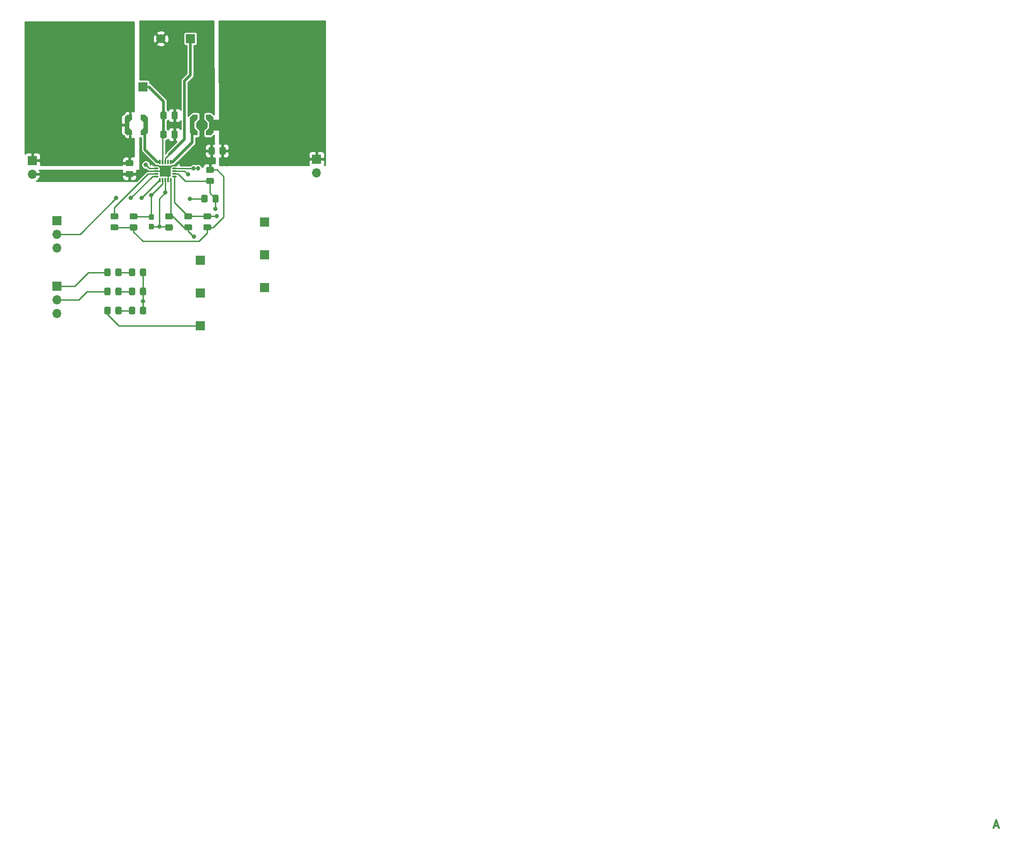
<source format=gbr>
G04 #@! TF.GenerationSoftware,KiCad,Pcbnew,(5.1.5)-3*
G04 #@! TF.CreationDate,2020-01-20T14:19:24+01:00*
G04 #@! TF.ProjectId,bq25570,62713235-3537-4302-9e6b-696361645f70,rev?*
G04 #@! TF.SameCoordinates,Original*
G04 #@! TF.FileFunction,Copper,L1,Top*
G04 #@! TF.FilePolarity,Positive*
%FSLAX46Y46*%
G04 Gerber Fmt 4.6, Leading zero omitted, Abs format (unit mm)*
G04 Created by KiCad (PCBNEW (5.1.5)-3) date 2020-01-20 14:19:24*
%MOMM*%
%LPD*%
G04 APERTURE LIST*
%ADD10C,0.300000*%
%ADD11C,0.210000*%
%ADD12O,0.280000X0.850000*%
%ADD13O,0.850000X0.280000*%
%ADD14R,2.050000X2.050000*%
%ADD15R,1.700000X1.700000*%
%ADD16C,0.100000*%
%ADD17R,0.890000X0.775000*%
%ADD18R,0.870000X2.790000*%
%ADD19O,1.700000X1.700000*%
%ADD20C,1.700000*%
%ADD21C,0.800000*%
%ADD22C,0.250000*%
%ADD23C,0.500000*%
%ADD24C,2.000000*%
%ADD25C,0.254000*%
G04 APERTURE END LIST*
D10*
X268783797Y-193396680D02*
X269498082Y-193396680D01*
X268640940Y-193825251D02*
X269140940Y-192325251D01*
X269640940Y-193825251D01*
D11*
X115112420Y-72084820D03*
X115112420Y-71084820D03*
X114112420Y-71084820D03*
X114112420Y-72084820D03*
X114612420Y-71584820D03*
X114612420Y-72084820D03*
X115112420Y-71584820D03*
X114612420Y-71084820D03*
X114112420Y-71584820D03*
D12*
X113612420Y-69864820D03*
X114112420Y-69864820D03*
X114612420Y-69864820D03*
X115112420Y-69864820D03*
X115612420Y-69864820D03*
X115612420Y-73304820D03*
X115112420Y-73304820D03*
X113612420Y-73304820D03*
X114112420Y-73304820D03*
X114612420Y-73304820D03*
D13*
X112892420Y-72584820D03*
X112892420Y-71084820D03*
X112892420Y-72084820D03*
X116332420Y-72584820D03*
X116332420Y-70584820D03*
X116332420Y-72084820D03*
X112892420Y-71584820D03*
X112892420Y-70584820D03*
X116332420Y-71584820D03*
X116332420Y-71084820D03*
D14*
X114612420Y-71584820D03*
D15*
X121158000Y-94234000D03*
G04 #@! TA.AperFunction,SMDPad,CuDef*
D16*
G36*
X104217505Y-89725204D02*
G01*
X104241773Y-89728804D01*
X104265572Y-89734765D01*
X104288671Y-89743030D01*
X104310850Y-89753520D01*
X104331893Y-89766132D01*
X104351599Y-89780747D01*
X104369777Y-89797223D01*
X104386253Y-89815401D01*
X104400868Y-89835107D01*
X104413480Y-89856150D01*
X104423970Y-89878329D01*
X104432235Y-89901428D01*
X104438196Y-89925227D01*
X104441796Y-89949495D01*
X104443000Y-89973999D01*
X104443000Y-90874001D01*
X104441796Y-90898505D01*
X104438196Y-90922773D01*
X104432235Y-90946572D01*
X104423970Y-90969671D01*
X104413480Y-90991850D01*
X104400868Y-91012893D01*
X104386253Y-91032599D01*
X104369777Y-91050777D01*
X104351599Y-91067253D01*
X104331893Y-91081868D01*
X104310850Y-91094480D01*
X104288671Y-91104970D01*
X104265572Y-91113235D01*
X104241773Y-91119196D01*
X104217505Y-91122796D01*
X104193001Y-91124000D01*
X103542999Y-91124000D01*
X103518495Y-91122796D01*
X103494227Y-91119196D01*
X103470428Y-91113235D01*
X103447329Y-91104970D01*
X103425150Y-91094480D01*
X103404107Y-91081868D01*
X103384401Y-91067253D01*
X103366223Y-91050777D01*
X103349747Y-91032599D01*
X103335132Y-91012893D01*
X103322520Y-90991850D01*
X103312030Y-90969671D01*
X103303765Y-90946572D01*
X103297804Y-90922773D01*
X103294204Y-90898505D01*
X103293000Y-90874001D01*
X103293000Y-89973999D01*
X103294204Y-89949495D01*
X103297804Y-89925227D01*
X103303765Y-89901428D01*
X103312030Y-89878329D01*
X103322520Y-89856150D01*
X103335132Y-89835107D01*
X103349747Y-89815401D01*
X103366223Y-89797223D01*
X103384401Y-89780747D01*
X103404107Y-89766132D01*
X103425150Y-89753520D01*
X103447329Y-89743030D01*
X103470428Y-89734765D01*
X103494227Y-89728804D01*
X103518495Y-89725204D01*
X103542999Y-89724000D01*
X104193001Y-89724000D01*
X104217505Y-89725204D01*
G37*
G04 #@! TD.AperFunction*
G04 #@! TA.AperFunction,SMDPad,CuDef*
G36*
X106267505Y-89725204D02*
G01*
X106291773Y-89728804D01*
X106315572Y-89734765D01*
X106338671Y-89743030D01*
X106360850Y-89753520D01*
X106381893Y-89766132D01*
X106401599Y-89780747D01*
X106419777Y-89797223D01*
X106436253Y-89815401D01*
X106450868Y-89835107D01*
X106463480Y-89856150D01*
X106473970Y-89878329D01*
X106482235Y-89901428D01*
X106488196Y-89925227D01*
X106491796Y-89949495D01*
X106493000Y-89973999D01*
X106493000Y-90874001D01*
X106491796Y-90898505D01*
X106488196Y-90922773D01*
X106482235Y-90946572D01*
X106473970Y-90969671D01*
X106463480Y-90991850D01*
X106450868Y-91012893D01*
X106436253Y-91032599D01*
X106419777Y-91050777D01*
X106401599Y-91067253D01*
X106381893Y-91081868D01*
X106360850Y-91094480D01*
X106338671Y-91104970D01*
X106315572Y-91113235D01*
X106291773Y-91119196D01*
X106267505Y-91122796D01*
X106243001Y-91124000D01*
X105592999Y-91124000D01*
X105568495Y-91122796D01*
X105544227Y-91119196D01*
X105520428Y-91113235D01*
X105497329Y-91104970D01*
X105475150Y-91094480D01*
X105454107Y-91081868D01*
X105434401Y-91067253D01*
X105416223Y-91050777D01*
X105399747Y-91032599D01*
X105385132Y-91012893D01*
X105372520Y-90991850D01*
X105362030Y-90969671D01*
X105353765Y-90946572D01*
X105347804Y-90922773D01*
X105344204Y-90898505D01*
X105343000Y-90874001D01*
X105343000Y-89973999D01*
X105344204Y-89949495D01*
X105347804Y-89925227D01*
X105353765Y-89901428D01*
X105362030Y-89878329D01*
X105372520Y-89856150D01*
X105385132Y-89835107D01*
X105399747Y-89815401D01*
X105416223Y-89797223D01*
X105434401Y-89780747D01*
X105454107Y-89766132D01*
X105475150Y-89753520D01*
X105497329Y-89743030D01*
X105520428Y-89734765D01*
X105544227Y-89728804D01*
X105568495Y-89725204D01*
X105592999Y-89724000D01*
X106243001Y-89724000D01*
X106267505Y-89725204D01*
G37*
G04 #@! TD.AperFunction*
G04 #@! TA.AperFunction,SMDPad,CuDef*
G36*
X104217505Y-93281204D02*
G01*
X104241773Y-93284804D01*
X104265572Y-93290765D01*
X104288671Y-93299030D01*
X104310850Y-93309520D01*
X104331893Y-93322132D01*
X104351599Y-93336747D01*
X104369777Y-93353223D01*
X104386253Y-93371401D01*
X104400868Y-93391107D01*
X104413480Y-93412150D01*
X104423970Y-93434329D01*
X104432235Y-93457428D01*
X104438196Y-93481227D01*
X104441796Y-93505495D01*
X104443000Y-93529999D01*
X104443000Y-94430001D01*
X104441796Y-94454505D01*
X104438196Y-94478773D01*
X104432235Y-94502572D01*
X104423970Y-94525671D01*
X104413480Y-94547850D01*
X104400868Y-94568893D01*
X104386253Y-94588599D01*
X104369777Y-94606777D01*
X104351599Y-94623253D01*
X104331893Y-94637868D01*
X104310850Y-94650480D01*
X104288671Y-94660970D01*
X104265572Y-94669235D01*
X104241773Y-94675196D01*
X104217505Y-94678796D01*
X104193001Y-94680000D01*
X103542999Y-94680000D01*
X103518495Y-94678796D01*
X103494227Y-94675196D01*
X103470428Y-94669235D01*
X103447329Y-94660970D01*
X103425150Y-94650480D01*
X103404107Y-94637868D01*
X103384401Y-94623253D01*
X103366223Y-94606777D01*
X103349747Y-94588599D01*
X103335132Y-94568893D01*
X103322520Y-94547850D01*
X103312030Y-94525671D01*
X103303765Y-94502572D01*
X103297804Y-94478773D01*
X103294204Y-94454505D01*
X103293000Y-94430001D01*
X103293000Y-93529999D01*
X103294204Y-93505495D01*
X103297804Y-93481227D01*
X103303765Y-93457428D01*
X103312030Y-93434329D01*
X103322520Y-93412150D01*
X103335132Y-93391107D01*
X103349747Y-93371401D01*
X103366223Y-93353223D01*
X103384401Y-93336747D01*
X103404107Y-93322132D01*
X103425150Y-93309520D01*
X103447329Y-93299030D01*
X103470428Y-93290765D01*
X103494227Y-93284804D01*
X103518495Y-93281204D01*
X103542999Y-93280000D01*
X104193001Y-93280000D01*
X104217505Y-93281204D01*
G37*
G04 #@! TD.AperFunction*
G04 #@! TA.AperFunction,SMDPad,CuDef*
G36*
X106267505Y-93281204D02*
G01*
X106291773Y-93284804D01*
X106315572Y-93290765D01*
X106338671Y-93299030D01*
X106360850Y-93309520D01*
X106381893Y-93322132D01*
X106401599Y-93336747D01*
X106419777Y-93353223D01*
X106436253Y-93371401D01*
X106450868Y-93391107D01*
X106463480Y-93412150D01*
X106473970Y-93434329D01*
X106482235Y-93457428D01*
X106488196Y-93481227D01*
X106491796Y-93505495D01*
X106493000Y-93529999D01*
X106493000Y-94430001D01*
X106491796Y-94454505D01*
X106488196Y-94478773D01*
X106482235Y-94502572D01*
X106473970Y-94525671D01*
X106463480Y-94547850D01*
X106450868Y-94568893D01*
X106436253Y-94588599D01*
X106419777Y-94606777D01*
X106401599Y-94623253D01*
X106381893Y-94637868D01*
X106360850Y-94650480D01*
X106338671Y-94660970D01*
X106315572Y-94669235D01*
X106291773Y-94675196D01*
X106267505Y-94678796D01*
X106243001Y-94680000D01*
X105592999Y-94680000D01*
X105568495Y-94678796D01*
X105544227Y-94675196D01*
X105520428Y-94669235D01*
X105497329Y-94660970D01*
X105475150Y-94650480D01*
X105454107Y-94637868D01*
X105434401Y-94623253D01*
X105416223Y-94606777D01*
X105399747Y-94588599D01*
X105385132Y-94568893D01*
X105372520Y-94547850D01*
X105362030Y-94525671D01*
X105353765Y-94502572D01*
X105347804Y-94478773D01*
X105344204Y-94454505D01*
X105343000Y-94430001D01*
X105343000Y-93529999D01*
X105344204Y-93505495D01*
X105347804Y-93481227D01*
X105353765Y-93457428D01*
X105362030Y-93434329D01*
X105372520Y-93412150D01*
X105385132Y-93391107D01*
X105399747Y-93371401D01*
X105416223Y-93353223D01*
X105434401Y-93336747D01*
X105454107Y-93322132D01*
X105475150Y-93309520D01*
X105497329Y-93299030D01*
X105520428Y-93290765D01*
X105544227Y-93284804D01*
X105568495Y-93281204D01*
X105592999Y-93280000D01*
X106243001Y-93280000D01*
X106267505Y-93281204D01*
G37*
G04 #@! TD.AperFunction*
G04 #@! TA.AperFunction,SMDPad,CuDef*
G36*
X104217505Y-96837204D02*
G01*
X104241773Y-96840804D01*
X104265572Y-96846765D01*
X104288671Y-96855030D01*
X104310850Y-96865520D01*
X104331893Y-96878132D01*
X104351599Y-96892747D01*
X104369777Y-96909223D01*
X104386253Y-96927401D01*
X104400868Y-96947107D01*
X104413480Y-96968150D01*
X104423970Y-96990329D01*
X104432235Y-97013428D01*
X104438196Y-97037227D01*
X104441796Y-97061495D01*
X104443000Y-97085999D01*
X104443000Y-97986001D01*
X104441796Y-98010505D01*
X104438196Y-98034773D01*
X104432235Y-98058572D01*
X104423970Y-98081671D01*
X104413480Y-98103850D01*
X104400868Y-98124893D01*
X104386253Y-98144599D01*
X104369777Y-98162777D01*
X104351599Y-98179253D01*
X104331893Y-98193868D01*
X104310850Y-98206480D01*
X104288671Y-98216970D01*
X104265572Y-98225235D01*
X104241773Y-98231196D01*
X104217505Y-98234796D01*
X104193001Y-98236000D01*
X103542999Y-98236000D01*
X103518495Y-98234796D01*
X103494227Y-98231196D01*
X103470428Y-98225235D01*
X103447329Y-98216970D01*
X103425150Y-98206480D01*
X103404107Y-98193868D01*
X103384401Y-98179253D01*
X103366223Y-98162777D01*
X103349747Y-98144599D01*
X103335132Y-98124893D01*
X103322520Y-98103850D01*
X103312030Y-98081671D01*
X103303765Y-98058572D01*
X103297804Y-98034773D01*
X103294204Y-98010505D01*
X103293000Y-97986001D01*
X103293000Y-97085999D01*
X103294204Y-97061495D01*
X103297804Y-97037227D01*
X103303765Y-97013428D01*
X103312030Y-96990329D01*
X103322520Y-96968150D01*
X103335132Y-96947107D01*
X103349747Y-96927401D01*
X103366223Y-96909223D01*
X103384401Y-96892747D01*
X103404107Y-96878132D01*
X103425150Y-96865520D01*
X103447329Y-96855030D01*
X103470428Y-96846765D01*
X103494227Y-96840804D01*
X103518495Y-96837204D01*
X103542999Y-96836000D01*
X104193001Y-96836000D01*
X104217505Y-96837204D01*
G37*
G04 #@! TD.AperFunction*
G04 #@! TA.AperFunction,SMDPad,CuDef*
G36*
X106267505Y-96837204D02*
G01*
X106291773Y-96840804D01*
X106315572Y-96846765D01*
X106338671Y-96855030D01*
X106360850Y-96865520D01*
X106381893Y-96878132D01*
X106401599Y-96892747D01*
X106419777Y-96909223D01*
X106436253Y-96927401D01*
X106450868Y-96947107D01*
X106463480Y-96968150D01*
X106473970Y-96990329D01*
X106482235Y-97013428D01*
X106488196Y-97037227D01*
X106491796Y-97061495D01*
X106493000Y-97085999D01*
X106493000Y-97986001D01*
X106491796Y-98010505D01*
X106488196Y-98034773D01*
X106482235Y-98058572D01*
X106473970Y-98081671D01*
X106463480Y-98103850D01*
X106450868Y-98124893D01*
X106436253Y-98144599D01*
X106419777Y-98162777D01*
X106401599Y-98179253D01*
X106381893Y-98193868D01*
X106360850Y-98206480D01*
X106338671Y-98216970D01*
X106315572Y-98225235D01*
X106291773Y-98231196D01*
X106267505Y-98234796D01*
X106243001Y-98236000D01*
X105592999Y-98236000D01*
X105568495Y-98234796D01*
X105544227Y-98231196D01*
X105520428Y-98225235D01*
X105497329Y-98216970D01*
X105475150Y-98206480D01*
X105454107Y-98193868D01*
X105434401Y-98179253D01*
X105416223Y-98162777D01*
X105399747Y-98144599D01*
X105385132Y-98124893D01*
X105372520Y-98103850D01*
X105362030Y-98081671D01*
X105353765Y-98058572D01*
X105347804Y-98034773D01*
X105344204Y-98010505D01*
X105343000Y-97986001D01*
X105343000Y-97085999D01*
X105344204Y-97061495D01*
X105347804Y-97037227D01*
X105353765Y-97013428D01*
X105362030Y-96990329D01*
X105372520Y-96968150D01*
X105385132Y-96947107D01*
X105399747Y-96927401D01*
X105416223Y-96909223D01*
X105434401Y-96892747D01*
X105454107Y-96878132D01*
X105475150Y-96865520D01*
X105497329Y-96855030D01*
X105520428Y-96846765D01*
X105544227Y-96840804D01*
X105568495Y-96837204D01*
X105592999Y-96836000D01*
X106243001Y-96836000D01*
X106267505Y-96837204D01*
G37*
G04 #@! TD.AperFunction*
G04 #@! TA.AperFunction,SMDPad,CuDef*
G36*
X123410505Y-70782204D02*
G01*
X123434773Y-70785804D01*
X123458572Y-70791765D01*
X123481671Y-70800030D01*
X123503850Y-70810520D01*
X123524893Y-70823132D01*
X123544599Y-70837747D01*
X123562777Y-70854223D01*
X123579253Y-70872401D01*
X123593868Y-70892107D01*
X123606480Y-70913150D01*
X123616970Y-70935329D01*
X123625235Y-70958428D01*
X123631196Y-70982227D01*
X123634796Y-71006495D01*
X123636000Y-71030999D01*
X123636000Y-71681001D01*
X123634796Y-71705505D01*
X123631196Y-71729773D01*
X123625235Y-71753572D01*
X123616970Y-71776671D01*
X123606480Y-71798850D01*
X123593868Y-71819893D01*
X123579253Y-71839599D01*
X123562777Y-71857777D01*
X123544599Y-71874253D01*
X123524893Y-71888868D01*
X123503850Y-71901480D01*
X123481671Y-71911970D01*
X123458572Y-71920235D01*
X123434773Y-71926196D01*
X123410505Y-71929796D01*
X123386001Y-71931000D01*
X122485999Y-71931000D01*
X122461495Y-71929796D01*
X122437227Y-71926196D01*
X122413428Y-71920235D01*
X122390329Y-71911970D01*
X122368150Y-71901480D01*
X122347107Y-71888868D01*
X122327401Y-71874253D01*
X122309223Y-71857777D01*
X122292747Y-71839599D01*
X122278132Y-71819893D01*
X122265520Y-71798850D01*
X122255030Y-71776671D01*
X122246765Y-71753572D01*
X122240804Y-71729773D01*
X122237204Y-71705505D01*
X122236000Y-71681001D01*
X122236000Y-71030999D01*
X122237204Y-71006495D01*
X122240804Y-70982227D01*
X122246765Y-70958428D01*
X122255030Y-70935329D01*
X122265520Y-70913150D01*
X122278132Y-70892107D01*
X122292747Y-70872401D01*
X122309223Y-70854223D01*
X122327401Y-70837747D01*
X122347107Y-70823132D01*
X122368150Y-70810520D01*
X122390329Y-70800030D01*
X122413428Y-70791765D01*
X122437227Y-70785804D01*
X122461495Y-70782204D01*
X122485999Y-70781000D01*
X123386001Y-70781000D01*
X123410505Y-70782204D01*
G37*
G04 #@! TD.AperFunction*
G04 #@! TA.AperFunction,SMDPad,CuDef*
G36*
X123410505Y-72832204D02*
G01*
X123434773Y-72835804D01*
X123458572Y-72841765D01*
X123481671Y-72850030D01*
X123503850Y-72860520D01*
X123524893Y-72873132D01*
X123544599Y-72887747D01*
X123562777Y-72904223D01*
X123579253Y-72922401D01*
X123593868Y-72942107D01*
X123606480Y-72963150D01*
X123616970Y-72985329D01*
X123625235Y-73008428D01*
X123631196Y-73032227D01*
X123634796Y-73056495D01*
X123636000Y-73080999D01*
X123636000Y-73731001D01*
X123634796Y-73755505D01*
X123631196Y-73779773D01*
X123625235Y-73803572D01*
X123616970Y-73826671D01*
X123606480Y-73848850D01*
X123593868Y-73869893D01*
X123579253Y-73889599D01*
X123562777Y-73907777D01*
X123544599Y-73924253D01*
X123524893Y-73938868D01*
X123503850Y-73951480D01*
X123481671Y-73961970D01*
X123458572Y-73970235D01*
X123434773Y-73976196D01*
X123410505Y-73979796D01*
X123386001Y-73981000D01*
X122485999Y-73981000D01*
X122461495Y-73979796D01*
X122437227Y-73976196D01*
X122413428Y-73970235D01*
X122390329Y-73961970D01*
X122368150Y-73951480D01*
X122347107Y-73938868D01*
X122327401Y-73924253D01*
X122309223Y-73907777D01*
X122292747Y-73889599D01*
X122278132Y-73869893D01*
X122265520Y-73848850D01*
X122255030Y-73826671D01*
X122246765Y-73803572D01*
X122240804Y-73779773D01*
X122237204Y-73755505D01*
X122236000Y-73731001D01*
X122236000Y-73080999D01*
X122237204Y-73056495D01*
X122240804Y-73032227D01*
X122246765Y-73008428D01*
X122255030Y-72985329D01*
X122265520Y-72963150D01*
X122278132Y-72942107D01*
X122292747Y-72922401D01*
X122309223Y-72904223D01*
X122327401Y-72887747D01*
X122347107Y-72873132D01*
X122368150Y-72860520D01*
X122390329Y-72850030D01*
X122413428Y-72841765D01*
X122437227Y-72835804D01*
X122461495Y-72832204D01*
X122485999Y-72831000D01*
X123386001Y-72831000D01*
X123410505Y-72832204D01*
G37*
G04 #@! TD.AperFunction*
G04 #@! TA.AperFunction,SMDPad,CuDef*
G36*
X124310505Y-76009204D02*
G01*
X124334773Y-76012804D01*
X124358572Y-76018765D01*
X124381671Y-76027030D01*
X124403850Y-76037520D01*
X124424893Y-76050132D01*
X124444599Y-76064747D01*
X124462777Y-76081223D01*
X124479253Y-76099401D01*
X124493868Y-76119107D01*
X124506480Y-76140150D01*
X124516970Y-76162329D01*
X124525235Y-76185428D01*
X124531196Y-76209227D01*
X124534796Y-76233495D01*
X124536000Y-76257999D01*
X124536000Y-77158001D01*
X124534796Y-77182505D01*
X124531196Y-77206773D01*
X124525235Y-77230572D01*
X124516970Y-77253671D01*
X124506480Y-77275850D01*
X124493868Y-77296893D01*
X124479253Y-77316599D01*
X124462777Y-77334777D01*
X124444599Y-77351253D01*
X124424893Y-77365868D01*
X124403850Y-77378480D01*
X124381671Y-77388970D01*
X124358572Y-77397235D01*
X124334773Y-77403196D01*
X124310505Y-77406796D01*
X124286001Y-77408000D01*
X123635999Y-77408000D01*
X123611495Y-77406796D01*
X123587227Y-77403196D01*
X123563428Y-77397235D01*
X123540329Y-77388970D01*
X123518150Y-77378480D01*
X123497107Y-77365868D01*
X123477401Y-77351253D01*
X123459223Y-77334777D01*
X123442747Y-77316599D01*
X123428132Y-77296893D01*
X123415520Y-77275850D01*
X123405030Y-77253671D01*
X123396765Y-77230572D01*
X123390804Y-77206773D01*
X123387204Y-77182505D01*
X123386000Y-77158001D01*
X123386000Y-76257999D01*
X123387204Y-76233495D01*
X123390804Y-76209227D01*
X123396765Y-76185428D01*
X123405030Y-76162329D01*
X123415520Y-76140150D01*
X123428132Y-76119107D01*
X123442747Y-76099401D01*
X123459223Y-76081223D01*
X123477401Y-76064747D01*
X123497107Y-76050132D01*
X123518150Y-76037520D01*
X123540329Y-76027030D01*
X123563428Y-76018765D01*
X123587227Y-76012804D01*
X123611495Y-76009204D01*
X123635999Y-76008000D01*
X124286001Y-76008000D01*
X124310505Y-76009204D01*
G37*
G04 #@! TD.AperFunction*
G04 #@! TA.AperFunction,SMDPad,CuDef*
G36*
X122260505Y-76009204D02*
G01*
X122284773Y-76012804D01*
X122308572Y-76018765D01*
X122331671Y-76027030D01*
X122353850Y-76037520D01*
X122374893Y-76050132D01*
X122394599Y-76064747D01*
X122412777Y-76081223D01*
X122429253Y-76099401D01*
X122443868Y-76119107D01*
X122456480Y-76140150D01*
X122466970Y-76162329D01*
X122475235Y-76185428D01*
X122481196Y-76209227D01*
X122484796Y-76233495D01*
X122486000Y-76257999D01*
X122486000Y-77158001D01*
X122484796Y-77182505D01*
X122481196Y-77206773D01*
X122475235Y-77230572D01*
X122466970Y-77253671D01*
X122456480Y-77275850D01*
X122443868Y-77296893D01*
X122429253Y-77316599D01*
X122412777Y-77334777D01*
X122394599Y-77351253D01*
X122374893Y-77365868D01*
X122353850Y-77378480D01*
X122331671Y-77388970D01*
X122308572Y-77397235D01*
X122284773Y-77403196D01*
X122260505Y-77406796D01*
X122236001Y-77408000D01*
X121585999Y-77408000D01*
X121561495Y-77406796D01*
X121537227Y-77403196D01*
X121513428Y-77397235D01*
X121490329Y-77388970D01*
X121468150Y-77378480D01*
X121447107Y-77365868D01*
X121427401Y-77351253D01*
X121409223Y-77334777D01*
X121392747Y-77316599D01*
X121378132Y-77296893D01*
X121365520Y-77275850D01*
X121355030Y-77253671D01*
X121346765Y-77230572D01*
X121340804Y-77206773D01*
X121337204Y-77182505D01*
X121336000Y-77158001D01*
X121336000Y-76257999D01*
X121337204Y-76233495D01*
X121340804Y-76209227D01*
X121346765Y-76185428D01*
X121355030Y-76162329D01*
X121365520Y-76140150D01*
X121378132Y-76119107D01*
X121392747Y-76099401D01*
X121409223Y-76081223D01*
X121427401Y-76064747D01*
X121447107Y-76050132D01*
X121468150Y-76037520D01*
X121490329Y-76027030D01*
X121513428Y-76018765D01*
X121537227Y-76012804D01*
X121561495Y-76009204D01*
X121585999Y-76008000D01*
X122236001Y-76008000D01*
X122260505Y-76009204D01*
G37*
G04 #@! TD.AperFunction*
G04 #@! TA.AperFunction,SMDPad,CuDef*
G36*
X122902505Y-81468204D02*
G01*
X122926773Y-81471804D01*
X122950572Y-81477765D01*
X122973671Y-81486030D01*
X122995850Y-81496520D01*
X123016893Y-81509132D01*
X123036599Y-81523747D01*
X123054777Y-81540223D01*
X123071253Y-81558401D01*
X123085868Y-81578107D01*
X123098480Y-81599150D01*
X123108970Y-81621329D01*
X123117235Y-81644428D01*
X123123196Y-81668227D01*
X123126796Y-81692495D01*
X123128000Y-81716999D01*
X123128000Y-82367001D01*
X123126796Y-82391505D01*
X123123196Y-82415773D01*
X123117235Y-82439572D01*
X123108970Y-82462671D01*
X123098480Y-82484850D01*
X123085868Y-82505893D01*
X123071253Y-82525599D01*
X123054777Y-82543777D01*
X123036599Y-82560253D01*
X123016893Y-82574868D01*
X122995850Y-82587480D01*
X122973671Y-82597970D01*
X122950572Y-82606235D01*
X122926773Y-82612196D01*
X122902505Y-82615796D01*
X122878001Y-82617000D01*
X121977999Y-82617000D01*
X121953495Y-82615796D01*
X121929227Y-82612196D01*
X121905428Y-82606235D01*
X121882329Y-82597970D01*
X121860150Y-82587480D01*
X121839107Y-82574868D01*
X121819401Y-82560253D01*
X121801223Y-82543777D01*
X121784747Y-82525599D01*
X121770132Y-82505893D01*
X121757520Y-82484850D01*
X121747030Y-82462671D01*
X121738765Y-82439572D01*
X121732804Y-82415773D01*
X121729204Y-82391505D01*
X121728000Y-82367001D01*
X121728000Y-81716999D01*
X121729204Y-81692495D01*
X121732804Y-81668227D01*
X121738765Y-81644428D01*
X121747030Y-81621329D01*
X121757520Y-81599150D01*
X121770132Y-81578107D01*
X121784747Y-81558401D01*
X121801223Y-81540223D01*
X121819401Y-81523747D01*
X121839107Y-81509132D01*
X121860150Y-81496520D01*
X121882329Y-81486030D01*
X121905428Y-81477765D01*
X121929227Y-81471804D01*
X121953495Y-81468204D01*
X121977999Y-81467000D01*
X122878001Y-81467000D01*
X122902505Y-81468204D01*
G37*
G04 #@! TD.AperFunction*
G04 #@! TA.AperFunction,SMDPad,CuDef*
G36*
X122902505Y-79418204D02*
G01*
X122926773Y-79421804D01*
X122950572Y-79427765D01*
X122973671Y-79436030D01*
X122995850Y-79446520D01*
X123016893Y-79459132D01*
X123036599Y-79473747D01*
X123054777Y-79490223D01*
X123071253Y-79508401D01*
X123085868Y-79528107D01*
X123098480Y-79549150D01*
X123108970Y-79571329D01*
X123117235Y-79594428D01*
X123123196Y-79618227D01*
X123126796Y-79642495D01*
X123128000Y-79666999D01*
X123128000Y-80317001D01*
X123126796Y-80341505D01*
X123123196Y-80365773D01*
X123117235Y-80389572D01*
X123108970Y-80412671D01*
X123098480Y-80434850D01*
X123085868Y-80455893D01*
X123071253Y-80475599D01*
X123054777Y-80493777D01*
X123036599Y-80510253D01*
X123016893Y-80524868D01*
X122995850Y-80537480D01*
X122973671Y-80547970D01*
X122950572Y-80556235D01*
X122926773Y-80562196D01*
X122902505Y-80565796D01*
X122878001Y-80567000D01*
X121977999Y-80567000D01*
X121953495Y-80565796D01*
X121929227Y-80562196D01*
X121905428Y-80556235D01*
X121882329Y-80547970D01*
X121860150Y-80537480D01*
X121839107Y-80524868D01*
X121819401Y-80510253D01*
X121801223Y-80493777D01*
X121784747Y-80475599D01*
X121770132Y-80455893D01*
X121757520Y-80434850D01*
X121747030Y-80412671D01*
X121738765Y-80389572D01*
X121732804Y-80365773D01*
X121729204Y-80341505D01*
X121728000Y-80317001D01*
X121728000Y-79666999D01*
X121729204Y-79642495D01*
X121732804Y-79618227D01*
X121738765Y-79594428D01*
X121747030Y-79571329D01*
X121757520Y-79549150D01*
X121770132Y-79528107D01*
X121784747Y-79508401D01*
X121801223Y-79490223D01*
X121819401Y-79473747D01*
X121839107Y-79459132D01*
X121860150Y-79446520D01*
X121882329Y-79436030D01*
X121905428Y-79427765D01*
X121929227Y-79421804D01*
X121953495Y-79418204D01*
X121977999Y-79417000D01*
X122878001Y-79417000D01*
X122902505Y-79418204D01*
G37*
G04 #@! TD.AperFunction*
G04 #@! TA.AperFunction,SMDPad,CuDef*
G36*
X119346505Y-79423504D02*
G01*
X119370773Y-79427104D01*
X119394572Y-79433065D01*
X119417671Y-79441330D01*
X119439850Y-79451820D01*
X119460893Y-79464432D01*
X119480599Y-79479047D01*
X119498777Y-79495523D01*
X119515253Y-79513701D01*
X119529868Y-79533407D01*
X119542480Y-79554450D01*
X119552970Y-79576629D01*
X119561235Y-79599728D01*
X119567196Y-79623527D01*
X119570796Y-79647795D01*
X119572000Y-79672299D01*
X119572000Y-80322301D01*
X119570796Y-80346805D01*
X119567196Y-80371073D01*
X119561235Y-80394872D01*
X119552970Y-80417971D01*
X119542480Y-80440150D01*
X119529868Y-80461193D01*
X119515253Y-80480899D01*
X119498777Y-80499077D01*
X119480599Y-80515553D01*
X119460893Y-80530168D01*
X119439850Y-80542780D01*
X119417671Y-80553270D01*
X119394572Y-80561535D01*
X119370773Y-80567496D01*
X119346505Y-80571096D01*
X119322001Y-80572300D01*
X118421999Y-80572300D01*
X118397495Y-80571096D01*
X118373227Y-80567496D01*
X118349428Y-80561535D01*
X118326329Y-80553270D01*
X118304150Y-80542780D01*
X118283107Y-80530168D01*
X118263401Y-80515553D01*
X118245223Y-80499077D01*
X118228747Y-80480899D01*
X118214132Y-80461193D01*
X118201520Y-80440150D01*
X118191030Y-80417971D01*
X118182765Y-80394872D01*
X118176804Y-80371073D01*
X118173204Y-80346805D01*
X118172000Y-80322301D01*
X118172000Y-79672299D01*
X118173204Y-79647795D01*
X118176804Y-79623527D01*
X118182765Y-79599728D01*
X118191030Y-79576629D01*
X118201520Y-79554450D01*
X118214132Y-79533407D01*
X118228747Y-79513701D01*
X118245223Y-79495523D01*
X118263401Y-79479047D01*
X118283107Y-79464432D01*
X118304150Y-79451820D01*
X118326329Y-79441330D01*
X118349428Y-79433065D01*
X118373227Y-79427104D01*
X118397495Y-79423504D01*
X118421999Y-79422300D01*
X119322001Y-79422300D01*
X119346505Y-79423504D01*
G37*
G04 #@! TD.AperFunction*
G04 #@! TA.AperFunction,SMDPad,CuDef*
G36*
X119346505Y-81473504D02*
G01*
X119370773Y-81477104D01*
X119394572Y-81483065D01*
X119417671Y-81491330D01*
X119439850Y-81501820D01*
X119460893Y-81514432D01*
X119480599Y-81529047D01*
X119498777Y-81545523D01*
X119515253Y-81563701D01*
X119529868Y-81583407D01*
X119542480Y-81604450D01*
X119552970Y-81626629D01*
X119561235Y-81649728D01*
X119567196Y-81673527D01*
X119570796Y-81697795D01*
X119572000Y-81722299D01*
X119572000Y-82372301D01*
X119570796Y-82396805D01*
X119567196Y-82421073D01*
X119561235Y-82444872D01*
X119552970Y-82467971D01*
X119542480Y-82490150D01*
X119529868Y-82511193D01*
X119515253Y-82530899D01*
X119498777Y-82549077D01*
X119480599Y-82565553D01*
X119460893Y-82580168D01*
X119439850Y-82592780D01*
X119417671Y-82603270D01*
X119394572Y-82611535D01*
X119370773Y-82617496D01*
X119346505Y-82621096D01*
X119322001Y-82622300D01*
X118421999Y-82622300D01*
X118397495Y-82621096D01*
X118373227Y-82617496D01*
X118349428Y-82611535D01*
X118326329Y-82603270D01*
X118304150Y-82592780D01*
X118283107Y-82580168D01*
X118263401Y-82565553D01*
X118245223Y-82549077D01*
X118228747Y-82530899D01*
X118214132Y-82511193D01*
X118201520Y-82490150D01*
X118191030Y-82467971D01*
X118182765Y-82444872D01*
X118176804Y-82421073D01*
X118173204Y-82396805D01*
X118172000Y-82372301D01*
X118172000Y-81722299D01*
X118173204Y-81697795D01*
X118176804Y-81673527D01*
X118182765Y-81649728D01*
X118191030Y-81626629D01*
X118201520Y-81604450D01*
X118214132Y-81583407D01*
X118228747Y-81563701D01*
X118245223Y-81545523D01*
X118263401Y-81529047D01*
X118283107Y-81514432D01*
X118304150Y-81501820D01*
X118326329Y-81491330D01*
X118349428Y-81483065D01*
X118373227Y-81477104D01*
X118397495Y-81473504D01*
X118421999Y-81472300D01*
X119322001Y-81472300D01*
X119346505Y-81473504D01*
G37*
G04 #@! TD.AperFunction*
G04 #@! TA.AperFunction,SMDPad,CuDef*
G36*
X115790505Y-79436204D02*
G01*
X115814773Y-79439804D01*
X115838572Y-79445765D01*
X115861671Y-79454030D01*
X115883850Y-79464520D01*
X115904893Y-79477132D01*
X115924599Y-79491747D01*
X115942777Y-79508223D01*
X115959253Y-79526401D01*
X115973868Y-79546107D01*
X115986480Y-79567150D01*
X115996970Y-79589329D01*
X116005235Y-79612428D01*
X116011196Y-79636227D01*
X116014796Y-79660495D01*
X116016000Y-79684999D01*
X116016000Y-80335001D01*
X116014796Y-80359505D01*
X116011196Y-80383773D01*
X116005235Y-80407572D01*
X115996970Y-80430671D01*
X115986480Y-80452850D01*
X115973868Y-80473893D01*
X115959253Y-80493599D01*
X115942777Y-80511777D01*
X115924599Y-80528253D01*
X115904893Y-80542868D01*
X115883850Y-80555480D01*
X115861671Y-80565970D01*
X115838572Y-80574235D01*
X115814773Y-80580196D01*
X115790505Y-80583796D01*
X115766001Y-80585000D01*
X114865999Y-80585000D01*
X114841495Y-80583796D01*
X114817227Y-80580196D01*
X114793428Y-80574235D01*
X114770329Y-80565970D01*
X114748150Y-80555480D01*
X114727107Y-80542868D01*
X114707401Y-80528253D01*
X114689223Y-80511777D01*
X114672747Y-80493599D01*
X114658132Y-80473893D01*
X114645520Y-80452850D01*
X114635030Y-80430671D01*
X114626765Y-80407572D01*
X114620804Y-80383773D01*
X114617204Y-80359505D01*
X114616000Y-80335001D01*
X114616000Y-79684999D01*
X114617204Y-79660495D01*
X114620804Y-79636227D01*
X114626765Y-79612428D01*
X114635030Y-79589329D01*
X114645520Y-79567150D01*
X114658132Y-79546107D01*
X114672747Y-79526401D01*
X114689223Y-79508223D01*
X114707401Y-79491747D01*
X114727107Y-79477132D01*
X114748150Y-79464520D01*
X114770329Y-79454030D01*
X114793428Y-79445765D01*
X114817227Y-79439804D01*
X114841495Y-79436204D01*
X114865999Y-79435000D01*
X115766001Y-79435000D01*
X115790505Y-79436204D01*
G37*
G04 #@! TD.AperFunction*
G04 #@! TA.AperFunction,SMDPad,CuDef*
G36*
X115790505Y-81486204D02*
G01*
X115814773Y-81489804D01*
X115838572Y-81495765D01*
X115861671Y-81504030D01*
X115883850Y-81514520D01*
X115904893Y-81527132D01*
X115924599Y-81541747D01*
X115942777Y-81558223D01*
X115959253Y-81576401D01*
X115973868Y-81596107D01*
X115986480Y-81617150D01*
X115996970Y-81639329D01*
X116005235Y-81662428D01*
X116011196Y-81686227D01*
X116014796Y-81710495D01*
X116016000Y-81734999D01*
X116016000Y-82385001D01*
X116014796Y-82409505D01*
X116011196Y-82433773D01*
X116005235Y-82457572D01*
X115996970Y-82480671D01*
X115986480Y-82502850D01*
X115973868Y-82523893D01*
X115959253Y-82543599D01*
X115942777Y-82561777D01*
X115924599Y-82578253D01*
X115904893Y-82592868D01*
X115883850Y-82605480D01*
X115861671Y-82615970D01*
X115838572Y-82624235D01*
X115814773Y-82630196D01*
X115790505Y-82633796D01*
X115766001Y-82635000D01*
X114865999Y-82635000D01*
X114841495Y-82633796D01*
X114817227Y-82630196D01*
X114793428Y-82624235D01*
X114770329Y-82615970D01*
X114748150Y-82605480D01*
X114727107Y-82592868D01*
X114707401Y-82578253D01*
X114689223Y-82561777D01*
X114672747Y-82543599D01*
X114658132Y-82523893D01*
X114645520Y-82502850D01*
X114635030Y-82480671D01*
X114626765Y-82457572D01*
X114620804Y-82433773D01*
X114617204Y-82409505D01*
X114616000Y-82385001D01*
X114616000Y-81734999D01*
X114617204Y-81710495D01*
X114620804Y-81686227D01*
X114626765Y-81662428D01*
X114635030Y-81639329D01*
X114645520Y-81617150D01*
X114658132Y-81596107D01*
X114672747Y-81576401D01*
X114689223Y-81558223D01*
X114707401Y-81541747D01*
X114727107Y-81527132D01*
X114748150Y-81514520D01*
X114770329Y-81504030D01*
X114793428Y-81495765D01*
X114817227Y-81489804D01*
X114841495Y-81486204D01*
X114865999Y-81485000D01*
X115766001Y-81485000D01*
X115790505Y-81486204D01*
G37*
G04 #@! TD.AperFunction*
G04 #@! TA.AperFunction,SMDPad,CuDef*
G36*
X109186505Y-81486204D02*
G01*
X109210773Y-81489804D01*
X109234572Y-81495765D01*
X109257671Y-81504030D01*
X109279850Y-81514520D01*
X109300893Y-81527132D01*
X109320599Y-81541747D01*
X109338777Y-81558223D01*
X109355253Y-81576401D01*
X109369868Y-81596107D01*
X109382480Y-81617150D01*
X109392970Y-81639329D01*
X109401235Y-81662428D01*
X109407196Y-81686227D01*
X109410796Y-81710495D01*
X109412000Y-81734999D01*
X109412000Y-82385001D01*
X109410796Y-82409505D01*
X109407196Y-82433773D01*
X109401235Y-82457572D01*
X109392970Y-82480671D01*
X109382480Y-82502850D01*
X109369868Y-82523893D01*
X109355253Y-82543599D01*
X109338777Y-82561777D01*
X109320599Y-82578253D01*
X109300893Y-82592868D01*
X109279850Y-82605480D01*
X109257671Y-82615970D01*
X109234572Y-82624235D01*
X109210773Y-82630196D01*
X109186505Y-82633796D01*
X109162001Y-82635000D01*
X108261999Y-82635000D01*
X108237495Y-82633796D01*
X108213227Y-82630196D01*
X108189428Y-82624235D01*
X108166329Y-82615970D01*
X108144150Y-82605480D01*
X108123107Y-82592868D01*
X108103401Y-82578253D01*
X108085223Y-82561777D01*
X108068747Y-82543599D01*
X108054132Y-82523893D01*
X108041520Y-82502850D01*
X108031030Y-82480671D01*
X108022765Y-82457572D01*
X108016804Y-82433773D01*
X108013204Y-82409505D01*
X108012000Y-82385001D01*
X108012000Y-81734999D01*
X108013204Y-81710495D01*
X108016804Y-81686227D01*
X108022765Y-81662428D01*
X108031030Y-81639329D01*
X108041520Y-81617150D01*
X108054132Y-81596107D01*
X108068747Y-81576401D01*
X108085223Y-81558223D01*
X108103401Y-81541747D01*
X108123107Y-81527132D01*
X108144150Y-81514520D01*
X108166329Y-81504030D01*
X108189428Y-81495765D01*
X108213227Y-81489804D01*
X108237495Y-81486204D01*
X108261999Y-81485000D01*
X109162001Y-81485000D01*
X109186505Y-81486204D01*
G37*
G04 #@! TD.AperFunction*
G04 #@! TA.AperFunction,SMDPad,CuDef*
G36*
X109186505Y-79436204D02*
G01*
X109210773Y-79439804D01*
X109234572Y-79445765D01*
X109257671Y-79454030D01*
X109279850Y-79464520D01*
X109300893Y-79477132D01*
X109320599Y-79491747D01*
X109338777Y-79508223D01*
X109355253Y-79526401D01*
X109369868Y-79546107D01*
X109382480Y-79567150D01*
X109392970Y-79589329D01*
X109401235Y-79612428D01*
X109407196Y-79636227D01*
X109410796Y-79660495D01*
X109412000Y-79684999D01*
X109412000Y-80335001D01*
X109410796Y-80359505D01*
X109407196Y-80383773D01*
X109401235Y-80407572D01*
X109392970Y-80430671D01*
X109382480Y-80452850D01*
X109369868Y-80473893D01*
X109355253Y-80493599D01*
X109338777Y-80511777D01*
X109320599Y-80528253D01*
X109300893Y-80542868D01*
X109279850Y-80555480D01*
X109257671Y-80565970D01*
X109234572Y-80574235D01*
X109210773Y-80580196D01*
X109186505Y-80583796D01*
X109162001Y-80585000D01*
X108261999Y-80585000D01*
X108237495Y-80583796D01*
X108213227Y-80580196D01*
X108189428Y-80574235D01*
X108166329Y-80565970D01*
X108144150Y-80555480D01*
X108123107Y-80542868D01*
X108103401Y-80528253D01*
X108085223Y-80511777D01*
X108068747Y-80493599D01*
X108054132Y-80473893D01*
X108041520Y-80452850D01*
X108031030Y-80430671D01*
X108022765Y-80407572D01*
X108016804Y-80383773D01*
X108013204Y-80359505D01*
X108012000Y-80335001D01*
X108012000Y-79684999D01*
X108013204Y-79660495D01*
X108016804Y-79636227D01*
X108022765Y-79612428D01*
X108031030Y-79589329D01*
X108041520Y-79567150D01*
X108054132Y-79546107D01*
X108068747Y-79526401D01*
X108085223Y-79508223D01*
X108103401Y-79491747D01*
X108123107Y-79477132D01*
X108144150Y-79464520D01*
X108166329Y-79454030D01*
X108189428Y-79445765D01*
X108213227Y-79439804D01*
X108237495Y-79436204D01*
X108261999Y-79435000D01*
X109162001Y-79435000D01*
X109186505Y-79436204D01*
G37*
G04 #@! TD.AperFunction*
G04 #@! TA.AperFunction,SMDPad,CuDef*
G36*
X112274779Y-79627144D02*
G01*
X112297834Y-79630563D01*
X112320443Y-79636227D01*
X112342387Y-79644079D01*
X112363457Y-79654044D01*
X112383448Y-79666026D01*
X112402168Y-79679910D01*
X112419438Y-79695562D01*
X112435090Y-79712832D01*
X112448974Y-79731552D01*
X112460956Y-79751543D01*
X112470921Y-79772613D01*
X112478773Y-79794557D01*
X112484437Y-79817166D01*
X112487856Y-79840221D01*
X112489000Y-79863500D01*
X112489000Y-80438500D01*
X112487856Y-80461779D01*
X112484437Y-80484834D01*
X112478773Y-80507443D01*
X112470921Y-80529387D01*
X112460956Y-80550457D01*
X112448974Y-80570448D01*
X112435090Y-80589168D01*
X112419438Y-80606438D01*
X112402168Y-80622090D01*
X112383448Y-80635974D01*
X112363457Y-80647956D01*
X112342387Y-80657921D01*
X112320443Y-80665773D01*
X112297834Y-80671437D01*
X112274779Y-80674856D01*
X112251500Y-80676000D01*
X111776500Y-80676000D01*
X111753221Y-80674856D01*
X111730166Y-80671437D01*
X111707557Y-80665773D01*
X111685613Y-80657921D01*
X111664543Y-80647956D01*
X111644552Y-80635974D01*
X111625832Y-80622090D01*
X111608562Y-80606438D01*
X111592910Y-80589168D01*
X111579026Y-80570448D01*
X111567044Y-80550457D01*
X111557079Y-80529387D01*
X111549227Y-80507443D01*
X111543563Y-80484834D01*
X111540144Y-80461779D01*
X111539000Y-80438500D01*
X111539000Y-79863500D01*
X111540144Y-79840221D01*
X111543563Y-79817166D01*
X111549227Y-79794557D01*
X111557079Y-79772613D01*
X111567044Y-79751543D01*
X111579026Y-79731552D01*
X111592910Y-79712832D01*
X111608562Y-79695562D01*
X111625832Y-79679910D01*
X111644552Y-79666026D01*
X111664543Y-79654044D01*
X111685613Y-79644079D01*
X111707557Y-79636227D01*
X111730166Y-79630563D01*
X111753221Y-79627144D01*
X111776500Y-79626000D01*
X112251500Y-79626000D01*
X112274779Y-79627144D01*
G37*
G04 #@! TD.AperFunction*
G04 #@! TA.AperFunction,SMDPad,CuDef*
G36*
X112274779Y-81377144D02*
G01*
X112297834Y-81380563D01*
X112320443Y-81386227D01*
X112342387Y-81394079D01*
X112363457Y-81404044D01*
X112383448Y-81416026D01*
X112402168Y-81429910D01*
X112419438Y-81445562D01*
X112435090Y-81462832D01*
X112448974Y-81481552D01*
X112460956Y-81501543D01*
X112470921Y-81522613D01*
X112478773Y-81544557D01*
X112484437Y-81567166D01*
X112487856Y-81590221D01*
X112489000Y-81613500D01*
X112489000Y-82188500D01*
X112487856Y-82211779D01*
X112484437Y-82234834D01*
X112478773Y-82257443D01*
X112470921Y-82279387D01*
X112460956Y-82300457D01*
X112448974Y-82320448D01*
X112435090Y-82339168D01*
X112419438Y-82356438D01*
X112402168Y-82372090D01*
X112383448Y-82385974D01*
X112363457Y-82397956D01*
X112342387Y-82407921D01*
X112320443Y-82415773D01*
X112297834Y-82421437D01*
X112274779Y-82424856D01*
X112251500Y-82426000D01*
X111776500Y-82426000D01*
X111753221Y-82424856D01*
X111730166Y-82421437D01*
X111707557Y-82415773D01*
X111685613Y-82407921D01*
X111664543Y-82397956D01*
X111644552Y-82385974D01*
X111625832Y-82372090D01*
X111608562Y-82356438D01*
X111592910Y-82339168D01*
X111579026Y-82320448D01*
X111567044Y-82300457D01*
X111557079Y-82279387D01*
X111549227Y-82257443D01*
X111543563Y-82234834D01*
X111540144Y-82211779D01*
X111539000Y-82188500D01*
X111539000Y-81613500D01*
X111540144Y-81590221D01*
X111543563Y-81567166D01*
X111549227Y-81544557D01*
X111557079Y-81522613D01*
X111567044Y-81501543D01*
X111579026Y-81481552D01*
X111592910Y-81462832D01*
X111608562Y-81445562D01*
X111625832Y-81429910D01*
X111644552Y-81416026D01*
X111664543Y-81404044D01*
X111685613Y-81394079D01*
X111707557Y-81386227D01*
X111730166Y-81380563D01*
X111753221Y-81377144D01*
X111776500Y-81376000D01*
X112251500Y-81376000D01*
X112274779Y-81377144D01*
G37*
G04 #@! TD.AperFunction*
G04 #@! TA.AperFunction,SMDPad,CuDef*
G36*
X123599105Y-64386804D02*
G01*
X123036350Y-64939821D01*
X122685895Y-64583196D01*
X123248650Y-64030179D01*
X123599105Y-64386804D01*
G37*
G04 #@! TD.AperFunction*
G04 #@! TA.AperFunction,SMDPad,CuDef*
G36*
X123087115Y-63916733D02*
G01*
X122506732Y-64511474D01*
X122148885Y-64162267D01*
X122729268Y-63567526D01*
X123087115Y-63916733D01*
G37*
G04 #@! TD.AperFunction*
D17*
X122594000Y-64549500D03*
G04 #@! TA.AperFunction,SMDPad,CuDef*
D16*
G36*
X123036350Y-61044179D02*
G01*
X123599105Y-61597196D01*
X123248650Y-61953821D01*
X122685895Y-61400804D01*
X123036350Y-61044179D01*
G37*
G04 #@! TD.AperFunction*
G04 #@! TA.AperFunction,SMDPad,CuDef*
G36*
X122506732Y-61472526D02*
G01*
X123087115Y-62067267D01*
X122729268Y-62416474D01*
X122148885Y-61821733D01*
X122506732Y-61472526D01*
G37*
G04 #@! TD.AperFunction*
D17*
X122594000Y-61434500D03*
D18*
X123164000Y-62992000D03*
G04 #@! TA.AperFunction,SMDPad,CuDef*
D16*
G36*
X120068732Y-63567526D02*
G01*
X120649115Y-64162267D01*
X120291268Y-64511474D01*
X119710885Y-63916733D01*
X120068732Y-63567526D01*
G37*
G04 #@! TD.AperFunction*
D17*
X120204000Y-64549500D03*
G04 #@! TA.AperFunction,SMDPad,CuDef*
D16*
G36*
X119549350Y-64030179D02*
G01*
X120112105Y-64583196D01*
X119761650Y-64939821D01*
X119198895Y-64386804D01*
X119549350Y-64030179D01*
G37*
G04 #@! TD.AperFunction*
G04 #@! TA.AperFunction,SMDPad,CuDef*
G36*
X120112105Y-61400804D02*
G01*
X119549350Y-61953821D01*
X119198895Y-61597196D01*
X119761650Y-61044179D01*
X120112105Y-61400804D01*
G37*
G04 #@! TD.AperFunction*
G04 #@! TA.AperFunction,SMDPad,CuDef*
G36*
X120649115Y-61821733D02*
G01*
X120068732Y-62416474D01*
X119710885Y-62067267D01*
X120291268Y-61472526D01*
X120649115Y-61821733D01*
G37*
G04 #@! TD.AperFunction*
D17*
X120204000Y-61434500D03*
D18*
X119634000Y-62992000D03*
G04 #@! TA.AperFunction,SMDPad,CuDef*
D16*
G36*
X111433105Y-64386804D02*
G01*
X110870350Y-64939821D01*
X110519895Y-64583196D01*
X111082650Y-64030179D01*
X111433105Y-64386804D01*
G37*
G04 #@! TD.AperFunction*
G04 #@! TA.AperFunction,SMDPad,CuDef*
G36*
X110921115Y-63916733D02*
G01*
X110340732Y-64511474D01*
X109982885Y-64162267D01*
X110563268Y-63567526D01*
X110921115Y-63916733D01*
G37*
G04 #@! TD.AperFunction*
D17*
X110428000Y-64549500D03*
G04 #@! TA.AperFunction,SMDPad,CuDef*
D16*
G36*
X110870350Y-61044179D02*
G01*
X111433105Y-61597196D01*
X111082650Y-61953821D01*
X110519895Y-61400804D01*
X110870350Y-61044179D01*
G37*
G04 #@! TD.AperFunction*
G04 #@! TA.AperFunction,SMDPad,CuDef*
G36*
X110340732Y-61472526D02*
G01*
X110921115Y-62067267D01*
X110563268Y-62416474D01*
X109982885Y-61821733D01*
X110340732Y-61472526D01*
G37*
G04 #@! TD.AperFunction*
D17*
X110428000Y-61434500D03*
D18*
X110998000Y-62992000D03*
G04 #@! TA.AperFunction,SMDPad,CuDef*
D16*
G36*
X107902732Y-63567526D02*
G01*
X108483115Y-64162267D01*
X108125268Y-64511474D01*
X107544885Y-63916733D01*
X107902732Y-63567526D01*
G37*
G04 #@! TD.AperFunction*
D17*
X108038000Y-64549500D03*
G04 #@! TA.AperFunction,SMDPad,CuDef*
D16*
G36*
X107383350Y-64030179D02*
G01*
X107946105Y-64583196D01*
X107595650Y-64939821D01*
X107032895Y-64386804D01*
X107383350Y-64030179D01*
G37*
G04 #@! TD.AperFunction*
G04 #@! TA.AperFunction,SMDPad,CuDef*
G36*
X107946105Y-61400804D02*
G01*
X107383350Y-61953821D01*
X107032895Y-61597196D01*
X107595650Y-61044179D01*
X107946105Y-61400804D01*
G37*
G04 #@! TD.AperFunction*
G04 #@! TA.AperFunction,SMDPad,CuDef*
G36*
X108483115Y-61821733D02*
G01*
X107902732Y-62416474D01*
X107544885Y-62067267D01*
X108125268Y-61472526D01*
X108483115Y-61821733D01*
G37*
G04 #@! TD.AperFunction*
D17*
X108038000Y-61434500D03*
D18*
X107468000Y-62992000D03*
D15*
X133096000Y-81026000D03*
X133096000Y-87122000D03*
X133096000Y-93218000D03*
X121158000Y-88138000D03*
X121158000Y-100330000D03*
X110490000Y-55880000D03*
D19*
X94488000Y-98044000D03*
X94488000Y-95504000D03*
D15*
X94488000Y-92964000D03*
D19*
X94488000Y-85852000D03*
X94488000Y-83312000D03*
D15*
X94488000Y-80772000D03*
D19*
X142748000Y-71882000D03*
D15*
X142748000Y-69342000D03*
D19*
X89916000Y-72136000D03*
D15*
X89916000Y-69596000D03*
G04 #@! TA.AperFunction,SMDPad,CuDef*
D16*
G36*
X108789505Y-89725204D02*
G01*
X108813773Y-89728804D01*
X108837572Y-89734765D01*
X108860671Y-89743030D01*
X108882850Y-89753520D01*
X108903893Y-89766132D01*
X108923599Y-89780747D01*
X108941777Y-89797223D01*
X108958253Y-89815401D01*
X108972868Y-89835107D01*
X108985480Y-89856150D01*
X108995970Y-89878329D01*
X109004235Y-89901428D01*
X109010196Y-89925227D01*
X109013796Y-89949495D01*
X109015000Y-89973999D01*
X109015000Y-90874001D01*
X109013796Y-90898505D01*
X109010196Y-90922773D01*
X109004235Y-90946572D01*
X108995970Y-90969671D01*
X108985480Y-90991850D01*
X108972868Y-91012893D01*
X108958253Y-91032599D01*
X108941777Y-91050777D01*
X108923599Y-91067253D01*
X108903893Y-91081868D01*
X108882850Y-91094480D01*
X108860671Y-91104970D01*
X108837572Y-91113235D01*
X108813773Y-91119196D01*
X108789505Y-91122796D01*
X108765001Y-91124000D01*
X108114999Y-91124000D01*
X108090495Y-91122796D01*
X108066227Y-91119196D01*
X108042428Y-91113235D01*
X108019329Y-91104970D01*
X107997150Y-91094480D01*
X107976107Y-91081868D01*
X107956401Y-91067253D01*
X107938223Y-91050777D01*
X107921747Y-91032599D01*
X107907132Y-91012893D01*
X107894520Y-90991850D01*
X107884030Y-90969671D01*
X107875765Y-90946572D01*
X107869804Y-90922773D01*
X107866204Y-90898505D01*
X107865000Y-90874001D01*
X107865000Y-89973999D01*
X107866204Y-89949495D01*
X107869804Y-89925227D01*
X107875765Y-89901428D01*
X107884030Y-89878329D01*
X107894520Y-89856150D01*
X107907132Y-89835107D01*
X107921747Y-89815401D01*
X107938223Y-89797223D01*
X107956401Y-89780747D01*
X107976107Y-89766132D01*
X107997150Y-89753520D01*
X108019329Y-89743030D01*
X108042428Y-89734765D01*
X108066227Y-89728804D01*
X108090495Y-89725204D01*
X108114999Y-89724000D01*
X108765001Y-89724000D01*
X108789505Y-89725204D01*
G37*
G04 #@! TD.AperFunction*
G04 #@! TA.AperFunction,SMDPad,CuDef*
G36*
X110839505Y-89725204D02*
G01*
X110863773Y-89728804D01*
X110887572Y-89734765D01*
X110910671Y-89743030D01*
X110932850Y-89753520D01*
X110953893Y-89766132D01*
X110973599Y-89780747D01*
X110991777Y-89797223D01*
X111008253Y-89815401D01*
X111022868Y-89835107D01*
X111035480Y-89856150D01*
X111045970Y-89878329D01*
X111054235Y-89901428D01*
X111060196Y-89925227D01*
X111063796Y-89949495D01*
X111065000Y-89973999D01*
X111065000Y-90874001D01*
X111063796Y-90898505D01*
X111060196Y-90922773D01*
X111054235Y-90946572D01*
X111045970Y-90969671D01*
X111035480Y-90991850D01*
X111022868Y-91012893D01*
X111008253Y-91032599D01*
X110991777Y-91050777D01*
X110973599Y-91067253D01*
X110953893Y-91081868D01*
X110932850Y-91094480D01*
X110910671Y-91104970D01*
X110887572Y-91113235D01*
X110863773Y-91119196D01*
X110839505Y-91122796D01*
X110815001Y-91124000D01*
X110164999Y-91124000D01*
X110140495Y-91122796D01*
X110116227Y-91119196D01*
X110092428Y-91113235D01*
X110069329Y-91104970D01*
X110047150Y-91094480D01*
X110026107Y-91081868D01*
X110006401Y-91067253D01*
X109988223Y-91050777D01*
X109971747Y-91032599D01*
X109957132Y-91012893D01*
X109944520Y-90991850D01*
X109934030Y-90969671D01*
X109925765Y-90946572D01*
X109919804Y-90922773D01*
X109916204Y-90898505D01*
X109915000Y-90874001D01*
X109915000Y-89973999D01*
X109916204Y-89949495D01*
X109919804Y-89925227D01*
X109925765Y-89901428D01*
X109934030Y-89878329D01*
X109944520Y-89856150D01*
X109957132Y-89835107D01*
X109971747Y-89815401D01*
X109988223Y-89797223D01*
X110006401Y-89780747D01*
X110026107Y-89766132D01*
X110047150Y-89753520D01*
X110069329Y-89743030D01*
X110092428Y-89734765D01*
X110116227Y-89728804D01*
X110140495Y-89725204D01*
X110164999Y-89724000D01*
X110815001Y-89724000D01*
X110839505Y-89725204D01*
G37*
G04 #@! TD.AperFunction*
G04 #@! TA.AperFunction,SMDPad,CuDef*
G36*
X108789505Y-93281204D02*
G01*
X108813773Y-93284804D01*
X108837572Y-93290765D01*
X108860671Y-93299030D01*
X108882850Y-93309520D01*
X108903893Y-93322132D01*
X108923599Y-93336747D01*
X108941777Y-93353223D01*
X108958253Y-93371401D01*
X108972868Y-93391107D01*
X108985480Y-93412150D01*
X108995970Y-93434329D01*
X109004235Y-93457428D01*
X109010196Y-93481227D01*
X109013796Y-93505495D01*
X109015000Y-93529999D01*
X109015000Y-94430001D01*
X109013796Y-94454505D01*
X109010196Y-94478773D01*
X109004235Y-94502572D01*
X108995970Y-94525671D01*
X108985480Y-94547850D01*
X108972868Y-94568893D01*
X108958253Y-94588599D01*
X108941777Y-94606777D01*
X108923599Y-94623253D01*
X108903893Y-94637868D01*
X108882850Y-94650480D01*
X108860671Y-94660970D01*
X108837572Y-94669235D01*
X108813773Y-94675196D01*
X108789505Y-94678796D01*
X108765001Y-94680000D01*
X108114999Y-94680000D01*
X108090495Y-94678796D01*
X108066227Y-94675196D01*
X108042428Y-94669235D01*
X108019329Y-94660970D01*
X107997150Y-94650480D01*
X107976107Y-94637868D01*
X107956401Y-94623253D01*
X107938223Y-94606777D01*
X107921747Y-94588599D01*
X107907132Y-94568893D01*
X107894520Y-94547850D01*
X107884030Y-94525671D01*
X107875765Y-94502572D01*
X107869804Y-94478773D01*
X107866204Y-94454505D01*
X107865000Y-94430001D01*
X107865000Y-93529999D01*
X107866204Y-93505495D01*
X107869804Y-93481227D01*
X107875765Y-93457428D01*
X107884030Y-93434329D01*
X107894520Y-93412150D01*
X107907132Y-93391107D01*
X107921747Y-93371401D01*
X107938223Y-93353223D01*
X107956401Y-93336747D01*
X107976107Y-93322132D01*
X107997150Y-93309520D01*
X108019329Y-93299030D01*
X108042428Y-93290765D01*
X108066227Y-93284804D01*
X108090495Y-93281204D01*
X108114999Y-93280000D01*
X108765001Y-93280000D01*
X108789505Y-93281204D01*
G37*
G04 #@! TD.AperFunction*
G04 #@! TA.AperFunction,SMDPad,CuDef*
G36*
X110839505Y-93281204D02*
G01*
X110863773Y-93284804D01*
X110887572Y-93290765D01*
X110910671Y-93299030D01*
X110932850Y-93309520D01*
X110953893Y-93322132D01*
X110973599Y-93336747D01*
X110991777Y-93353223D01*
X111008253Y-93371401D01*
X111022868Y-93391107D01*
X111035480Y-93412150D01*
X111045970Y-93434329D01*
X111054235Y-93457428D01*
X111060196Y-93481227D01*
X111063796Y-93505495D01*
X111065000Y-93529999D01*
X111065000Y-94430001D01*
X111063796Y-94454505D01*
X111060196Y-94478773D01*
X111054235Y-94502572D01*
X111045970Y-94525671D01*
X111035480Y-94547850D01*
X111022868Y-94568893D01*
X111008253Y-94588599D01*
X110991777Y-94606777D01*
X110973599Y-94623253D01*
X110953893Y-94637868D01*
X110932850Y-94650480D01*
X110910671Y-94660970D01*
X110887572Y-94669235D01*
X110863773Y-94675196D01*
X110839505Y-94678796D01*
X110815001Y-94680000D01*
X110164999Y-94680000D01*
X110140495Y-94678796D01*
X110116227Y-94675196D01*
X110092428Y-94669235D01*
X110069329Y-94660970D01*
X110047150Y-94650480D01*
X110026107Y-94637868D01*
X110006401Y-94623253D01*
X109988223Y-94606777D01*
X109971747Y-94588599D01*
X109957132Y-94568893D01*
X109944520Y-94547850D01*
X109934030Y-94525671D01*
X109925765Y-94502572D01*
X109919804Y-94478773D01*
X109916204Y-94454505D01*
X109915000Y-94430001D01*
X109915000Y-93529999D01*
X109916204Y-93505495D01*
X109919804Y-93481227D01*
X109925765Y-93457428D01*
X109934030Y-93434329D01*
X109944520Y-93412150D01*
X109957132Y-93391107D01*
X109971747Y-93371401D01*
X109988223Y-93353223D01*
X110006401Y-93336747D01*
X110026107Y-93322132D01*
X110047150Y-93309520D01*
X110069329Y-93299030D01*
X110092428Y-93290765D01*
X110116227Y-93284804D01*
X110140495Y-93281204D01*
X110164999Y-93280000D01*
X110815001Y-93280000D01*
X110839505Y-93281204D01*
G37*
G04 #@! TD.AperFunction*
G04 #@! TA.AperFunction,SMDPad,CuDef*
G36*
X108789505Y-96837204D02*
G01*
X108813773Y-96840804D01*
X108837572Y-96846765D01*
X108860671Y-96855030D01*
X108882850Y-96865520D01*
X108903893Y-96878132D01*
X108923599Y-96892747D01*
X108941777Y-96909223D01*
X108958253Y-96927401D01*
X108972868Y-96947107D01*
X108985480Y-96968150D01*
X108995970Y-96990329D01*
X109004235Y-97013428D01*
X109010196Y-97037227D01*
X109013796Y-97061495D01*
X109015000Y-97085999D01*
X109015000Y-97986001D01*
X109013796Y-98010505D01*
X109010196Y-98034773D01*
X109004235Y-98058572D01*
X108995970Y-98081671D01*
X108985480Y-98103850D01*
X108972868Y-98124893D01*
X108958253Y-98144599D01*
X108941777Y-98162777D01*
X108923599Y-98179253D01*
X108903893Y-98193868D01*
X108882850Y-98206480D01*
X108860671Y-98216970D01*
X108837572Y-98225235D01*
X108813773Y-98231196D01*
X108789505Y-98234796D01*
X108765001Y-98236000D01*
X108114999Y-98236000D01*
X108090495Y-98234796D01*
X108066227Y-98231196D01*
X108042428Y-98225235D01*
X108019329Y-98216970D01*
X107997150Y-98206480D01*
X107976107Y-98193868D01*
X107956401Y-98179253D01*
X107938223Y-98162777D01*
X107921747Y-98144599D01*
X107907132Y-98124893D01*
X107894520Y-98103850D01*
X107884030Y-98081671D01*
X107875765Y-98058572D01*
X107869804Y-98034773D01*
X107866204Y-98010505D01*
X107865000Y-97986001D01*
X107865000Y-97085999D01*
X107866204Y-97061495D01*
X107869804Y-97037227D01*
X107875765Y-97013428D01*
X107884030Y-96990329D01*
X107894520Y-96968150D01*
X107907132Y-96947107D01*
X107921747Y-96927401D01*
X107938223Y-96909223D01*
X107956401Y-96892747D01*
X107976107Y-96878132D01*
X107997150Y-96865520D01*
X108019329Y-96855030D01*
X108042428Y-96846765D01*
X108066227Y-96840804D01*
X108090495Y-96837204D01*
X108114999Y-96836000D01*
X108765001Y-96836000D01*
X108789505Y-96837204D01*
G37*
G04 #@! TD.AperFunction*
G04 #@! TA.AperFunction,SMDPad,CuDef*
G36*
X110839505Y-96837204D02*
G01*
X110863773Y-96840804D01*
X110887572Y-96846765D01*
X110910671Y-96855030D01*
X110932850Y-96865520D01*
X110953893Y-96878132D01*
X110973599Y-96892747D01*
X110991777Y-96909223D01*
X111008253Y-96927401D01*
X111022868Y-96947107D01*
X111035480Y-96968150D01*
X111045970Y-96990329D01*
X111054235Y-97013428D01*
X111060196Y-97037227D01*
X111063796Y-97061495D01*
X111065000Y-97085999D01*
X111065000Y-97986001D01*
X111063796Y-98010505D01*
X111060196Y-98034773D01*
X111054235Y-98058572D01*
X111045970Y-98081671D01*
X111035480Y-98103850D01*
X111022868Y-98124893D01*
X111008253Y-98144599D01*
X110991777Y-98162777D01*
X110973599Y-98179253D01*
X110953893Y-98193868D01*
X110932850Y-98206480D01*
X110910671Y-98216970D01*
X110887572Y-98225235D01*
X110863773Y-98231196D01*
X110839505Y-98234796D01*
X110815001Y-98236000D01*
X110164999Y-98236000D01*
X110140495Y-98234796D01*
X110116227Y-98231196D01*
X110092428Y-98225235D01*
X110069329Y-98216970D01*
X110047150Y-98206480D01*
X110026107Y-98193868D01*
X110006401Y-98179253D01*
X109988223Y-98162777D01*
X109971747Y-98144599D01*
X109957132Y-98124893D01*
X109944520Y-98103850D01*
X109934030Y-98081671D01*
X109925765Y-98058572D01*
X109919804Y-98034773D01*
X109916204Y-98010505D01*
X109915000Y-97986001D01*
X109915000Y-97085999D01*
X109916204Y-97061495D01*
X109919804Y-97037227D01*
X109925765Y-97013428D01*
X109934030Y-96990329D01*
X109944520Y-96968150D01*
X109957132Y-96947107D01*
X109971747Y-96927401D01*
X109988223Y-96909223D01*
X110006401Y-96892747D01*
X110026107Y-96878132D01*
X110047150Y-96865520D01*
X110069329Y-96855030D01*
X110092428Y-96846765D01*
X110116227Y-96840804D01*
X110140495Y-96837204D01*
X110164999Y-96836000D01*
X110815001Y-96836000D01*
X110839505Y-96837204D01*
G37*
G04 #@! TD.AperFunction*
G04 #@! TA.AperFunction,SMDPad,CuDef*
G36*
X123581305Y-67119204D02*
G01*
X123605573Y-67122804D01*
X123629372Y-67128765D01*
X123652471Y-67137030D01*
X123674650Y-67147520D01*
X123695693Y-67160132D01*
X123715399Y-67174747D01*
X123733577Y-67191223D01*
X123750053Y-67209401D01*
X123764668Y-67229107D01*
X123777280Y-67250150D01*
X123787770Y-67272329D01*
X123796035Y-67295428D01*
X123801996Y-67319227D01*
X123805596Y-67343495D01*
X123806800Y-67367999D01*
X123806800Y-68268001D01*
X123805596Y-68292505D01*
X123801996Y-68316773D01*
X123796035Y-68340572D01*
X123787770Y-68363671D01*
X123777280Y-68385850D01*
X123764668Y-68406893D01*
X123750053Y-68426599D01*
X123733577Y-68444777D01*
X123715399Y-68461253D01*
X123695693Y-68475868D01*
X123674650Y-68488480D01*
X123652471Y-68498970D01*
X123629372Y-68507235D01*
X123605573Y-68513196D01*
X123581305Y-68516796D01*
X123556801Y-68518000D01*
X122906799Y-68518000D01*
X122882295Y-68516796D01*
X122858027Y-68513196D01*
X122834228Y-68507235D01*
X122811129Y-68498970D01*
X122788950Y-68488480D01*
X122767907Y-68475868D01*
X122748201Y-68461253D01*
X122730023Y-68444777D01*
X122713547Y-68426599D01*
X122698932Y-68406893D01*
X122686320Y-68385850D01*
X122675830Y-68363671D01*
X122667565Y-68340572D01*
X122661604Y-68316773D01*
X122658004Y-68292505D01*
X122656800Y-68268001D01*
X122656800Y-67367999D01*
X122658004Y-67343495D01*
X122661604Y-67319227D01*
X122667565Y-67295428D01*
X122675830Y-67272329D01*
X122686320Y-67250150D01*
X122698932Y-67229107D01*
X122713547Y-67209401D01*
X122730023Y-67191223D01*
X122748201Y-67174747D01*
X122767907Y-67160132D01*
X122788950Y-67147520D01*
X122811129Y-67137030D01*
X122834228Y-67128765D01*
X122858027Y-67122804D01*
X122882295Y-67119204D01*
X122906799Y-67118000D01*
X123556801Y-67118000D01*
X123581305Y-67119204D01*
G37*
G04 #@! TD.AperFunction*
G04 #@! TA.AperFunction,SMDPad,CuDef*
G36*
X125631305Y-67119204D02*
G01*
X125655573Y-67122804D01*
X125679372Y-67128765D01*
X125702471Y-67137030D01*
X125724650Y-67147520D01*
X125745693Y-67160132D01*
X125765399Y-67174747D01*
X125783577Y-67191223D01*
X125800053Y-67209401D01*
X125814668Y-67229107D01*
X125827280Y-67250150D01*
X125837770Y-67272329D01*
X125846035Y-67295428D01*
X125851996Y-67319227D01*
X125855596Y-67343495D01*
X125856800Y-67367999D01*
X125856800Y-68268001D01*
X125855596Y-68292505D01*
X125851996Y-68316773D01*
X125846035Y-68340572D01*
X125837770Y-68363671D01*
X125827280Y-68385850D01*
X125814668Y-68406893D01*
X125800053Y-68426599D01*
X125783577Y-68444777D01*
X125765399Y-68461253D01*
X125745693Y-68475868D01*
X125724650Y-68488480D01*
X125702471Y-68498970D01*
X125679372Y-68507235D01*
X125655573Y-68513196D01*
X125631305Y-68516796D01*
X125606801Y-68518000D01*
X124956799Y-68518000D01*
X124932295Y-68516796D01*
X124908027Y-68513196D01*
X124884228Y-68507235D01*
X124861129Y-68498970D01*
X124838950Y-68488480D01*
X124817907Y-68475868D01*
X124798201Y-68461253D01*
X124780023Y-68444777D01*
X124763547Y-68426599D01*
X124748932Y-68406893D01*
X124736320Y-68385850D01*
X124725830Y-68363671D01*
X124717565Y-68340572D01*
X124711604Y-68316773D01*
X124708004Y-68292505D01*
X124706800Y-68268001D01*
X124706800Y-67367999D01*
X124708004Y-67343495D01*
X124711604Y-67319227D01*
X124717565Y-67295428D01*
X124725830Y-67272329D01*
X124736320Y-67250150D01*
X124748932Y-67229107D01*
X124763547Y-67209401D01*
X124780023Y-67191223D01*
X124798201Y-67174747D01*
X124817907Y-67160132D01*
X124838950Y-67147520D01*
X124861129Y-67137030D01*
X124884228Y-67128765D01*
X124908027Y-67122804D01*
X124932295Y-67119204D01*
X124956799Y-67118000D01*
X125606801Y-67118000D01*
X125631305Y-67119204D01*
G37*
G04 #@! TD.AperFunction*
G04 #@! TA.AperFunction,SMDPad,CuDef*
G36*
X116690505Y-64071204D02*
G01*
X116714773Y-64074804D01*
X116738572Y-64080765D01*
X116761671Y-64089030D01*
X116783850Y-64099520D01*
X116804893Y-64112132D01*
X116824599Y-64126747D01*
X116842777Y-64143223D01*
X116859253Y-64161401D01*
X116873868Y-64181107D01*
X116886480Y-64202150D01*
X116896970Y-64224329D01*
X116905235Y-64247428D01*
X116911196Y-64271227D01*
X116914796Y-64295495D01*
X116916000Y-64319999D01*
X116916000Y-65220001D01*
X116914796Y-65244505D01*
X116911196Y-65268773D01*
X116905235Y-65292572D01*
X116896970Y-65315671D01*
X116886480Y-65337850D01*
X116873868Y-65358893D01*
X116859253Y-65378599D01*
X116842777Y-65396777D01*
X116824599Y-65413253D01*
X116804893Y-65427868D01*
X116783850Y-65440480D01*
X116761671Y-65450970D01*
X116738572Y-65459235D01*
X116714773Y-65465196D01*
X116690505Y-65468796D01*
X116666001Y-65470000D01*
X116015999Y-65470000D01*
X115991495Y-65468796D01*
X115967227Y-65465196D01*
X115943428Y-65459235D01*
X115920329Y-65450970D01*
X115898150Y-65440480D01*
X115877107Y-65427868D01*
X115857401Y-65413253D01*
X115839223Y-65396777D01*
X115822747Y-65378599D01*
X115808132Y-65358893D01*
X115795520Y-65337850D01*
X115785030Y-65315671D01*
X115776765Y-65292572D01*
X115770804Y-65268773D01*
X115767204Y-65244505D01*
X115766000Y-65220001D01*
X115766000Y-64319999D01*
X115767204Y-64295495D01*
X115770804Y-64271227D01*
X115776765Y-64247428D01*
X115785030Y-64224329D01*
X115795520Y-64202150D01*
X115808132Y-64181107D01*
X115822747Y-64161401D01*
X115839223Y-64143223D01*
X115857401Y-64126747D01*
X115877107Y-64112132D01*
X115898150Y-64099520D01*
X115920329Y-64089030D01*
X115943428Y-64080765D01*
X115967227Y-64074804D01*
X115991495Y-64071204D01*
X116015999Y-64070000D01*
X116666001Y-64070000D01*
X116690505Y-64071204D01*
G37*
G04 #@! TD.AperFunction*
G04 #@! TA.AperFunction,SMDPad,CuDef*
G36*
X114640505Y-64071204D02*
G01*
X114664773Y-64074804D01*
X114688572Y-64080765D01*
X114711671Y-64089030D01*
X114733850Y-64099520D01*
X114754893Y-64112132D01*
X114774599Y-64126747D01*
X114792777Y-64143223D01*
X114809253Y-64161401D01*
X114823868Y-64181107D01*
X114836480Y-64202150D01*
X114846970Y-64224329D01*
X114855235Y-64247428D01*
X114861196Y-64271227D01*
X114864796Y-64295495D01*
X114866000Y-64319999D01*
X114866000Y-65220001D01*
X114864796Y-65244505D01*
X114861196Y-65268773D01*
X114855235Y-65292572D01*
X114846970Y-65315671D01*
X114836480Y-65337850D01*
X114823868Y-65358893D01*
X114809253Y-65378599D01*
X114792777Y-65396777D01*
X114774599Y-65413253D01*
X114754893Y-65427868D01*
X114733850Y-65440480D01*
X114711671Y-65450970D01*
X114688572Y-65459235D01*
X114664773Y-65465196D01*
X114640505Y-65468796D01*
X114616001Y-65470000D01*
X113965999Y-65470000D01*
X113941495Y-65468796D01*
X113917227Y-65465196D01*
X113893428Y-65459235D01*
X113870329Y-65450970D01*
X113848150Y-65440480D01*
X113827107Y-65427868D01*
X113807401Y-65413253D01*
X113789223Y-65396777D01*
X113772747Y-65378599D01*
X113758132Y-65358893D01*
X113745520Y-65337850D01*
X113735030Y-65315671D01*
X113726765Y-65292572D01*
X113720804Y-65268773D01*
X113717204Y-65244505D01*
X113716000Y-65220001D01*
X113716000Y-64319999D01*
X113717204Y-64295495D01*
X113720804Y-64271227D01*
X113726765Y-64247428D01*
X113735030Y-64224329D01*
X113745520Y-64202150D01*
X113758132Y-64181107D01*
X113772747Y-64161401D01*
X113789223Y-64143223D01*
X113807401Y-64126747D01*
X113827107Y-64112132D01*
X113848150Y-64099520D01*
X113870329Y-64089030D01*
X113893428Y-64080765D01*
X113917227Y-64074804D01*
X113941495Y-64071204D01*
X113965999Y-64070000D01*
X114616001Y-64070000D01*
X114640505Y-64071204D01*
G37*
G04 #@! TD.AperFunction*
G04 #@! TA.AperFunction,SMDPad,CuDef*
G36*
X116699505Y-60515204D02*
G01*
X116723773Y-60518804D01*
X116747572Y-60524765D01*
X116770671Y-60533030D01*
X116792850Y-60543520D01*
X116813893Y-60556132D01*
X116833599Y-60570747D01*
X116851777Y-60587223D01*
X116868253Y-60605401D01*
X116882868Y-60625107D01*
X116895480Y-60646150D01*
X116905970Y-60668329D01*
X116914235Y-60691428D01*
X116920196Y-60715227D01*
X116923796Y-60739495D01*
X116925000Y-60763999D01*
X116925000Y-61664001D01*
X116923796Y-61688505D01*
X116920196Y-61712773D01*
X116914235Y-61736572D01*
X116905970Y-61759671D01*
X116895480Y-61781850D01*
X116882868Y-61802893D01*
X116868253Y-61822599D01*
X116851777Y-61840777D01*
X116833599Y-61857253D01*
X116813893Y-61871868D01*
X116792850Y-61884480D01*
X116770671Y-61894970D01*
X116747572Y-61903235D01*
X116723773Y-61909196D01*
X116699505Y-61912796D01*
X116675001Y-61914000D01*
X116024999Y-61914000D01*
X116000495Y-61912796D01*
X115976227Y-61909196D01*
X115952428Y-61903235D01*
X115929329Y-61894970D01*
X115907150Y-61884480D01*
X115886107Y-61871868D01*
X115866401Y-61857253D01*
X115848223Y-61840777D01*
X115831747Y-61822599D01*
X115817132Y-61802893D01*
X115804520Y-61781850D01*
X115794030Y-61759671D01*
X115785765Y-61736572D01*
X115779804Y-61712773D01*
X115776204Y-61688505D01*
X115775000Y-61664001D01*
X115775000Y-60763999D01*
X115776204Y-60739495D01*
X115779804Y-60715227D01*
X115785765Y-60691428D01*
X115794030Y-60668329D01*
X115804520Y-60646150D01*
X115817132Y-60625107D01*
X115831747Y-60605401D01*
X115848223Y-60587223D01*
X115866401Y-60570747D01*
X115886107Y-60556132D01*
X115907150Y-60543520D01*
X115929329Y-60533030D01*
X115952428Y-60524765D01*
X115976227Y-60518804D01*
X116000495Y-60515204D01*
X116024999Y-60514000D01*
X116675001Y-60514000D01*
X116699505Y-60515204D01*
G37*
G04 #@! TD.AperFunction*
G04 #@! TA.AperFunction,SMDPad,CuDef*
G36*
X114649505Y-60515204D02*
G01*
X114673773Y-60518804D01*
X114697572Y-60524765D01*
X114720671Y-60533030D01*
X114742850Y-60543520D01*
X114763893Y-60556132D01*
X114783599Y-60570747D01*
X114801777Y-60587223D01*
X114818253Y-60605401D01*
X114832868Y-60625107D01*
X114845480Y-60646150D01*
X114855970Y-60668329D01*
X114864235Y-60691428D01*
X114870196Y-60715227D01*
X114873796Y-60739495D01*
X114875000Y-60763999D01*
X114875000Y-61664001D01*
X114873796Y-61688505D01*
X114870196Y-61712773D01*
X114864235Y-61736572D01*
X114855970Y-61759671D01*
X114845480Y-61781850D01*
X114832868Y-61802893D01*
X114818253Y-61822599D01*
X114801777Y-61840777D01*
X114783599Y-61857253D01*
X114763893Y-61871868D01*
X114742850Y-61884480D01*
X114720671Y-61894970D01*
X114697572Y-61903235D01*
X114673773Y-61909196D01*
X114649505Y-61912796D01*
X114625001Y-61914000D01*
X113974999Y-61914000D01*
X113950495Y-61912796D01*
X113926227Y-61909196D01*
X113902428Y-61903235D01*
X113879329Y-61894970D01*
X113857150Y-61884480D01*
X113836107Y-61871868D01*
X113816401Y-61857253D01*
X113798223Y-61840777D01*
X113781747Y-61822599D01*
X113767132Y-61802893D01*
X113754520Y-61781850D01*
X113744030Y-61759671D01*
X113735765Y-61736572D01*
X113729804Y-61712773D01*
X113726204Y-61688505D01*
X113725000Y-61664001D01*
X113725000Y-60763999D01*
X113726204Y-60739495D01*
X113729804Y-60715227D01*
X113735765Y-60691428D01*
X113744030Y-60668329D01*
X113754520Y-60646150D01*
X113767132Y-60625107D01*
X113781747Y-60605401D01*
X113798223Y-60587223D01*
X113816401Y-60570747D01*
X113836107Y-60556132D01*
X113857150Y-60543520D01*
X113879329Y-60533030D01*
X113902428Y-60524765D01*
X113926227Y-60518804D01*
X113950495Y-60515204D01*
X113974999Y-60514000D01*
X114625001Y-60514000D01*
X114649505Y-60515204D01*
G37*
G04 #@! TD.AperFunction*
G04 #@! TA.AperFunction,SMDPad,CuDef*
G36*
X105630505Y-81477204D02*
G01*
X105654773Y-81480804D01*
X105678572Y-81486765D01*
X105701671Y-81495030D01*
X105723850Y-81505520D01*
X105744893Y-81518132D01*
X105764599Y-81532747D01*
X105782777Y-81549223D01*
X105799253Y-81567401D01*
X105813868Y-81587107D01*
X105826480Y-81608150D01*
X105836970Y-81630329D01*
X105845235Y-81653428D01*
X105851196Y-81677227D01*
X105854796Y-81701495D01*
X105856000Y-81725999D01*
X105856000Y-82376001D01*
X105854796Y-82400505D01*
X105851196Y-82424773D01*
X105845235Y-82448572D01*
X105836970Y-82471671D01*
X105826480Y-82493850D01*
X105813868Y-82514893D01*
X105799253Y-82534599D01*
X105782777Y-82552777D01*
X105764599Y-82569253D01*
X105744893Y-82583868D01*
X105723850Y-82596480D01*
X105701671Y-82606970D01*
X105678572Y-82615235D01*
X105654773Y-82621196D01*
X105630505Y-82624796D01*
X105606001Y-82626000D01*
X104705999Y-82626000D01*
X104681495Y-82624796D01*
X104657227Y-82621196D01*
X104633428Y-82615235D01*
X104610329Y-82606970D01*
X104588150Y-82596480D01*
X104567107Y-82583868D01*
X104547401Y-82569253D01*
X104529223Y-82552777D01*
X104512747Y-82534599D01*
X104498132Y-82514893D01*
X104485520Y-82493850D01*
X104475030Y-82471671D01*
X104466765Y-82448572D01*
X104460804Y-82424773D01*
X104457204Y-82400505D01*
X104456000Y-82376001D01*
X104456000Y-81725999D01*
X104457204Y-81701495D01*
X104460804Y-81677227D01*
X104466765Y-81653428D01*
X104475030Y-81630329D01*
X104485520Y-81608150D01*
X104498132Y-81587107D01*
X104512747Y-81567401D01*
X104529223Y-81549223D01*
X104547401Y-81532747D01*
X104567107Y-81518132D01*
X104588150Y-81505520D01*
X104610329Y-81495030D01*
X104633428Y-81486765D01*
X104657227Y-81480804D01*
X104681495Y-81477204D01*
X104705999Y-81476000D01*
X105606001Y-81476000D01*
X105630505Y-81477204D01*
G37*
G04 #@! TD.AperFunction*
G04 #@! TA.AperFunction,SMDPad,CuDef*
G36*
X105630505Y-79427204D02*
G01*
X105654773Y-79430804D01*
X105678572Y-79436765D01*
X105701671Y-79445030D01*
X105723850Y-79455520D01*
X105744893Y-79468132D01*
X105764599Y-79482747D01*
X105782777Y-79499223D01*
X105799253Y-79517401D01*
X105813868Y-79537107D01*
X105826480Y-79558150D01*
X105836970Y-79580329D01*
X105845235Y-79603428D01*
X105851196Y-79627227D01*
X105854796Y-79651495D01*
X105856000Y-79675999D01*
X105856000Y-80326001D01*
X105854796Y-80350505D01*
X105851196Y-80374773D01*
X105845235Y-80398572D01*
X105836970Y-80421671D01*
X105826480Y-80443850D01*
X105813868Y-80464893D01*
X105799253Y-80484599D01*
X105782777Y-80502777D01*
X105764599Y-80519253D01*
X105744893Y-80533868D01*
X105723850Y-80546480D01*
X105701671Y-80556970D01*
X105678572Y-80565235D01*
X105654773Y-80571196D01*
X105630505Y-80574796D01*
X105606001Y-80576000D01*
X104705999Y-80576000D01*
X104681495Y-80574796D01*
X104657227Y-80571196D01*
X104633428Y-80565235D01*
X104610329Y-80556970D01*
X104588150Y-80546480D01*
X104567107Y-80533868D01*
X104547401Y-80519253D01*
X104529223Y-80502777D01*
X104512747Y-80484599D01*
X104498132Y-80464893D01*
X104485520Y-80443850D01*
X104475030Y-80421671D01*
X104466765Y-80398572D01*
X104460804Y-80374773D01*
X104457204Y-80350505D01*
X104456000Y-80326001D01*
X104456000Y-79675999D01*
X104457204Y-79651495D01*
X104460804Y-79627227D01*
X104466765Y-79603428D01*
X104475030Y-79580329D01*
X104485520Y-79558150D01*
X104498132Y-79537107D01*
X104512747Y-79517401D01*
X104529223Y-79499223D01*
X104547401Y-79482747D01*
X104567107Y-79468132D01*
X104588150Y-79455520D01*
X104610329Y-79445030D01*
X104633428Y-79436765D01*
X104657227Y-79430804D01*
X104681495Y-79427204D01*
X104705999Y-79426000D01*
X105606001Y-79426000D01*
X105630505Y-79427204D01*
G37*
G04 #@! TD.AperFunction*
G04 #@! TA.AperFunction,SMDPad,CuDef*
G36*
X108424505Y-71571204D02*
G01*
X108448773Y-71574804D01*
X108472572Y-71580765D01*
X108495671Y-71589030D01*
X108517850Y-71599520D01*
X108538893Y-71612132D01*
X108558599Y-71626747D01*
X108576777Y-71643223D01*
X108593253Y-71661401D01*
X108607868Y-71681107D01*
X108620480Y-71702150D01*
X108630970Y-71724329D01*
X108639235Y-71747428D01*
X108645196Y-71771227D01*
X108648796Y-71795495D01*
X108650000Y-71819999D01*
X108650000Y-72470001D01*
X108648796Y-72494505D01*
X108645196Y-72518773D01*
X108639235Y-72542572D01*
X108630970Y-72565671D01*
X108620480Y-72587850D01*
X108607868Y-72608893D01*
X108593253Y-72628599D01*
X108576777Y-72646777D01*
X108558599Y-72663253D01*
X108538893Y-72677868D01*
X108517850Y-72690480D01*
X108495671Y-72700970D01*
X108472572Y-72709235D01*
X108448773Y-72715196D01*
X108424505Y-72718796D01*
X108400001Y-72720000D01*
X107499999Y-72720000D01*
X107475495Y-72718796D01*
X107451227Y-72715196D01*
X107427428Y-72709235D01*
X107404329Y-72700970D01*
X107382150Y-72690480D01*
X107361107Y-72677868D01*
X107341401Y-72663253D01*
X107323223Y-72646777D01*
X107306747Y-72628599D01*
X107292132Y-72608893D01*
X107279520Y-72587850D01*
X107269030Y-72565671D01*
X107260765Y-72542572D01*
X107254804Y-72518773D01*
X107251204Y-72494505D01*
X107250000Y-72470001D01*
X107250000Y-71819999D01*
X107251204Y-71795495D01*
X107254804Y-71771227D01*
X107260765Y-71747428D01*
X107269030Y-71724329D01*
X107279520Y-71702150D01*
X107292132Y-71681107D01*
X107306747Y-71661401D01*
X107323223Y-71643223D01*
X107341401Y-71626747D01*
X107361107Y-71612132D01*
X107382150Y-71599520D01*
X107404329Y-71589030D01*
X107427428Y-71580765D01*
X107451227Y-71574804D01*
X107475495Y-71571204D01*
X107499999Y-71570000D01*
X108400001Y-71570000D01*
X108424505Y-71571204D01*
G37*
G04 #@! TD.AperFunction*
G04 #@! TA.AperFunction,SMDPad,CuDef*
G36*
X108424505Y-69521204D02*
G01*
X108448773Y-69524804D01*
X108472572Y-69530765D01*
X108495671Y-69539030D01*
X108517850Y-69549520D01*
X108538893Y-69562132D01*
X108558599Y-69576747D01*
X108576777Y-69593223D01*
X108593253Y-69611401D01*
X108607868Y-69631107D01*
X108620480Y-69652150D01*
X108630970Y-69674329D01*
X108639235Y-69697428D01*
X108645196Y-69721227D01*
X108648796Y-69745495D01*
X108650000Y-69769999D01*
X108650000Y-70420001D01*
X108648796Y-70444505D01*
X108645196Y-70468773D01*
X108639235Y-70492572D01*
X108630970Y-70515671D01*
X108620480Y-70537850D01*
X108607868Y-70558893D01*
X108593253Y-70578599D01*
X108576777Y-70596777D01*
X108558599Y-70613253D01*
X108538893Y-70627868D01*
X108517850Y-70640480D01*
X108495671Y-70650970D01*
X108472572Y-70659235D01*
X108448773Y-70665196D01*
X108424505Y-70668796D01*
X108400001Y-70670000D01*
X107499999Y-70670000D01*
X107475495Y-70668796D01*
X107451227Y-70665196D01*
X107427428Y-70659235D01*
X107404329Y-70650970D01*
X107382150Y-70640480D01*
X107361107Y-70627868D01*
X107341401Y-70613253D01*
X107323223Y-70596777D01*
X107306747Y-70578599D01*
X107292132Y-70558893D01*
X107279520Y-70537850D01*
X107269030Y-70515671D01*
X107260765Y-70492572D01*
X107254804Y-70468773D01*
X107251204Y-70444505D01*
X107250000Y-70420001D01*
X107250000Y-69769999D01*
X107251204Y-69745495D01*
X107254804Y-69721227D01*
X107260765Y-69697428D01*
X107269030Y-69674329D01*
X107279520Y-69652150D01*
X107292132Y-69631107D01*
X107306747Y-69611401D01*
X107323223Y-69593223D01*
X107341401Y-69576747D01*
X107361107Y-69562132D01*
X107382150Y-69549520D01*
X107404329Y-69539030D01*
X107427428Y-69530765D01*
X107451227Y-69524804D01*
X107475495Y-69521204D01*
X107499999Y-69520000D01*
X108400001Y-69520000D01*
X108424505Y-69521204D01*
G37*
G04 #@! TD.AperFunction*
D15*
X119285200Y-46939200D03*
D20*
X113785200Y-46939200D03*
D21*
X110490000Y-95758000D03*
X110998000Y-70408800D03*
X108000800Y-68072000D03*
X119888000Y-71084820D03*
X120685180Y-71084820D03*
X126034800Y-70307200D03*
X125222000Y-70307200D03*
X108153200Y-76606400D03*
X105460800Y-76606400D03*
X110185200Y-76606400D03*
X118821200Y-72186800D03*
X112029320Y-76062920D03*
X119938800Y-83769200D03*
X124155200Y-79959200D03*
X114612420Y-75582780D03*
X119176800Y-76708000D03*
X113487200Y-81901006D03*
X123952000Y-78638400D03*
D22*
X114760912Y-71584820D02*
X114612420Y-71584820D01*
X114835043Y-71584820D02*
X114760912Y-71584820D01*
X115835043Y-70584820D02*
X114835043Y-71584820D01*
X116332420Y-70584820D02*
X115835043Y-70584820D01*
X114335043Y-71584820D02*
X114463928Y-71584820D01*
X110490000Y-94780000D02*
X110490000Y-95758000D01*
X110490000Y-93980000D02*
X110490000Y-94780000D01*
X110490000Y-90424000D02*
X110490000Y-93980000D01*
X114463928Y-71584820D02*
X114612420Y-71584820D01*
X112892420Y-70584820D02*
X113335043Y-70584820D01*
X113335043Y-70584820D02*
X114335043Y-71584820D01*
X112892420Y-71584820D02*
X114612420Y-71584820D01*
X122936000Y-71356000D02*
X122936000Y-69951600D01*
X122936000Y-69951600D02*
X122419000Y-69434600D01*
X108703000Y-82051000D02*
X108712000Y-82060000D01*
X105156000Y-82051000D02*
X106925000Y-82051000D01*
X106925000Y-82051000D02*
X108703000Y-82051000D01*
X110490000Y-95758000D02*
X110490000Y-97536000D01*
X112892420Y-71584820D02*
X110837980Y-71584820D01*
X110837980Y-71584820D02*
X110642400Y-71780400D01*
X112064800Y-69951600D02*
X112064800Y-69900800D01*
X112892420Y-70584820D02*
X112698020Y-70584820D01*
D23*
X112572800Y-70472300D02*
X111939580Y-69839080D01*
D22*
X117195600Y-70053200D02*
X117297200Y-70053200D01*
X116332420Y-70584820D02*
X116663980Y-70584820D01*
D23*
X116522500Y-70472300D02*
X117054120Y-69940680D01*
D22*
X115112420Y-72084820D02*
X115112420Y-72934821D01*
X114612420Y-71584820D02*
X115112420Y-72084820D01*
X125476000Y-72593200D02*
X124238800Y-71356000D01*
X125476000Y-80111600D02*
X125476000Y-72593200D01*
X122428000Y-82042000D02*
X123545600Y-82042000D01*
X124238800Y-71356000D02*
X122936000Y-71356000D01*
X123545600Y-82042000D02*
X125476000Y-80111600D01*
X110490000Y-95758000D02*
X110490000Y-95758000D01*
X122428000Y-83058000D02*
X122428000Y-82042000D01*
X120853200Y-84632800D02*
X122428000Y-83058000D01*
X110439200Y-84632800D02*
X120853200Y-84632800D01*
X108712000Y-82060000D02*
X108712000Y-82905600D01*
X108712000Y-82905600D02*
X110439200Y-84632800D01*
X117805200Y-65997040D02*
X117805200Y-65989200D01*
D23*
X117805200Y-65989200D02*
X118160800Y-65633600D01*
X118160800Y-65633600D02*
X118160800Y-54813200D01*
X119285200Y-53688800D02*
X119285200Y-46939200D01*
X118160800Y-54813200D02*
X119285200Y-53688800D01*
D22*
X114612420Y-69864820D02*
X114612420Y-69181980D01*
D23*
X117805200Y-65989200D02*
X115366800Y-68427600D01*
D22*
X115366800Y-68427600D02*
X114612420Y-69181980D01*
X108038000Y-61434500D02*
X108038000Y-60110000D01*
X108038000Y-61434500D02*
X108038000Y-61126000D01*
X108038000Y-61126000D02*
X108204000Y-60960000D01*
X108204000Y-60960000D02*
X108204000Y-59944000D01*
X108038000Y-65187000D02*
X107950000Y-65275000D01*
X108038000Y-65187000D02*
X108038000Y-65190000D01*
X108038000Y-65190000D02*
X107950000Y-65278000D01*
X107950000Y-65278000D02*
X107950000Y-65532000D01*
X108038000Y-64549500D02*
X108038000Y-64858000D01*
X108038000Y-64858000D02*
X108204000Y-65024000D01*
X108204000Y-65024000D02*
X108204000Y-65532000D01*
X107950000Y-65278000D02*
X107950000Y-65024000D01*
X108038000Y-64936000D02*
X108038000Y-64549500D01*
X108038000Y-64936000D02*
X108038000Y-65187000D01*
X112892420Y-71084820D02*
X111674020Y-71084820D01*
X111674020Y-71084820D02*
X110998000Y-70408800D01*
X107973500Y-61499000D02*
X108038000Y-61434500D01*
X107489500Y-61499000D02*
X107973500Y-61499000D01*
X108014000Y-61458500D02*
X108038000Y-61434500D01*
X108014000Y-61944500D02*
X108014000Y-61458500D01*
X108014000Y-64525500D02*
X108038000Y-64549500D01*
X108014000Y-64039500D02*
X108014000Y-64525500D01*
X107554000Y-64549500D02*
X107489500Y-64485000D01*
X108038000Y-64549500D02*
X107554000Y-64549500D01*
X111414807Y-72119810D02*
X112857430Y-72119810D01*
X105156000Y-80001000D02*
X105156000Y-78378617D01*
X105156000Y-78378617D02*
X111414807Y-72119810D01*
X112857430Y-72119810D02*
X112892420Y-72084820D01*
X114112420Y-70194240D02*
X114112420Y-65278000D01*
X114291000Y-61223000D02*
X114300000Y-61214000D01*
D23*
X114291000Y-64770000D02*
X114291000Y-61223000D01*
D22*
X111590000Y-55880000D02*
X110490000Y-55880000D01*
D23*
X114300000Y-58590000D02*
X111590000Y-55880000D01*
X114300000Y-61214000D02*
X114300000Y-58590000D01*
D22*
X97739200Y-92964000D02*
X94488000Y-92964000D01*
X103868000Y-90424000D02*
X100279200Y-90424000D01*
X100279200Y-90424000D02*
X97739200Y-92964000D01*
X123164000Y-62992000D02*
X123849000Y-62992000D01*
D24*
X123849000Y-62992000D02*
X124561600Y-62992000D01*
D22*
X116332420Y-71084820D02*
X118449980Y-71084820D01*
X118449980Y-71084820D02*
X119888000Y-71084820D01*
X122658500Y-64485000D02*
X122594000Y-64549500D01*
X123142500Y-64485000D02*
X122658500Y-64485000D01*
X122594000Y-64063500D02*
X122618000Y-64039500D01*
X122594000Y-64549500D02*
X122594000Y-64063500D01*
X123164000Y-62992000D02*
X123164000Y-63829600D01*
X122911824Y-63745676D02*
X122618000Y-64039500D01*
X123080076Y-63745676D02*
X122911824Y-63745676D01*
X123164000Y-63829600D02*
X123080076Y-63745676D01*
X123164000Y-62004500D02*
X122594000Y-61434500D01*
X123164000Y-62992000D02*
X123164000Y-62004500D01*
X123142500Y-62970500D02*
X123164000Y-62992000D01*
X123142500Y-61499000D02*
X123142500Y-62970500D01*
X122594000Y-61920500D02*
X122618000Y-61944500D01*
X122594000Y-61434500D02*
X122594000Y-61920500D01*
X107765000Y-97536000D02*
X105918000Y-97536000D01*
X108440000Y-97536000D02*
X107765000Y-97536000D01*
X107765000Y-93980000D02*
X105918000Y-93980000D01*
X108440000Y-93980000D02*
X107765000Y-93980000D01*
X106593000Y-90424000D02*
X108440000Y-90424000D01*
X105918000Y-90424000D02*
X106593000Y-90424000D01*
X108195840Y-76606400D02*
X108153200Y-76606400D01*
X112892420Y-72584820D02*
X112217420Y-72584820D01*
X112217420Y-72584820D02*
X108195840Y-76606400D01*
X98755200Y-83312000D02*
X94488000Y-83312000D01*
X105460800Y-76606400D02*
X98755200Y-83312000D01*
X103868000Y-93980000D02*
X100076000Y-93980000D01*
X98552000Y-95504000D02*
X94488000Y-95504000D01*
X100076000Y-93980000D02*
X98552000Y-95504000D01*
X113486780Y-73304820D02*
X113612420Y-73304820D01*
X110185200Y-76606400D02*
X113486780Y-73304820D01*
X103868000Y-98236000D02*
X103868000Y-97536000D01*
X105962000Y-100330000D02*
X103868000Y-98236000D01*
X121158000Y-100330000D02*
X105962000Y-100330000D01*
X117007420Y-71584820D02*
X117015040Y-71577200D01*
X116332420Y-71584820D02*
X117007420Y-71584820D01*
X117015040Y-71577200D02*
X118211600Y-71577200D01*
X118211600Y-71577200D02*
X118821200Y-72186800D01*
X111873000Y-80010000D02*
X112014000Y-80151000D01*
X108712000Y-80010000D02*
X111873000Y-80010000D01*
X112014000Y-79626000D02*
X112014000Y-80151000D01*
X112014000Y-76078240D02*
X112014000Y-79626000D01*
X114112420Y-73979820D02*
X112029320Y-76062920D01*
X114112420Y-73304820D02*
X114112420Y-73979820D01*
X112029320Y-76062920D02*
X112014000Y-76078240D01*
X115612420Y-79713580D02*
X115316000Y-80010000D01*
X115612420Y-73304820D02*
X115612420Y-79713580D01*
X118087250Y-82047300D02*
X118872000Y-82047300D01*
X115316000Y-80010000D02*
X116049950Y-80010000D01*
X116049950Y-80010000D02*
X118087250Y-82047300D01*
X118872000Y-82047300D02*
X118872000Y-82753200D01*
X118872000Y-82753200D02*
X119888000Y-83769200D01*
X119888000Y-83769200D02*
X119938800Y-83769200D01*
X122422700Y-79997300D02*
X122428000Y-79992000D01*
X118872000Y-79997300D02*
X122422700Y-79997300D01*
X116332420Y-77457720D02*
X118872000Y-79997300D01*
X116332420Y-72584820D02*
X116332420Y-77457720D01*
X123128000Y-79992000D02*
X123160800Y-79959200D01*
X122428000Y-79992000D02*
X123128000Y-79992000D01*
X123160800Y-79959200D02*
X124155200Y-79959200D01*
X115157000Y-81901000D02*
X115316000Y-82060000D01*
X112014000Y-81901000D02*
X115157000Y-81901000D01*
X114612420Y-73304820D02*
X114612420Y-75582780D01*
X113487200Y-76708000D02*
X113487200Y-81901000D01*
X114612420Y-75582780D02*
X113487200Y-76708000D01*
X114612420Y-75582780D02*
X114612420Y-75582780D01*
X119742485Y-76708000D02*
X121911000Y-76708000D01*
X119176800Y-76708000D02*
X119742485Y-76708000D01*
X122936000Y-75683000D02*
X123961000Y-76708000D01*
X122936000Y-73406000D02*
X122936000Y-75683000D01*
X122936000Y-73406000D02*
X118328600Y-73406000D01*
X117007420Y-72084820D02*
X116332420Y-72084820D01*
X118328600Y-73406000D02*
X117007420Y-72084820D01*
X123961000Y-76708000D02*
X123961000Y-78629400D01*
X123961000Y-78629400D02*
X123952000Y-78638400D01*
D23*
X110845600Y-64480900D02*
X110845600Y-67614800D01*
D22*
X110492500Y-64485000D02*
X110428000Y-64549500D01*
X110976500Y-64485000D02*
X110492500Y-64485000D01*
X110428000Y-64063500D02*
X110452000Y-64039500D01*
X110428000Y-64549500D02*
X110428000Y-64063500D01*
X110976500Y-62970500D02*
X110998000Y-62992000D01*
X110976500Y-61499000D02*
X110976500Y-62970500D01*
X110492500Y-61499000D02*
X110428000Y-61434500D01*
X110976500Y-61499000D02*
X110492500Y-61499000D01*
X110452000Y-61458500D02*
X110428000Y-61434500D01*
X110452000Y-61944500D02*
X110452000Y-61458500D01*
X110998000Y-63493500D02*
X110452000Y-64039500D01*
X110998000Y-62992000D02*
X110998000Y-63493500D01*
D23*
X110845600Y-67614800D02*
X113004740Y-69773940D01*
X113095620Y-69864820D02*
X113004740Y-69773940D01*
X113436400Y-69864820D02*
X113095620Y-69864820D01*
D22*
X119634000Y-64637000D02*
X119634000Y-62992000D01*
D23*
X119634000Y-66233240D02*
X119634000Y-64637000D01*
X116002420Y-69864820D02*
X119634000Y-66233240D01*
D22*
X120139500Y-61499000D02*
X120204000Y-61434500D01*
X119655500Y-61499000D02*
X120139500Y-61499000D01*
X119634000Y-62004500D02*
X120204000Y-61434500D01*
X119634000Y-62992000D02*
X119634000Y-62004500D01*
X120139500Y-64485000D02*
X120204000Y-64549500D01*
X119655500Y-64485000D02*
X120139500Y-64485000D01*
X120204000Y-64063500D02*
X120180000Y-64039500D01*
X120204000Y-64549500D02*
X120204000Y-64063500D01*
X120180000Y-61458500D02*
X120204000Y-61434500D01*
X120180000Y-61944500D02*
X120180000Y-61458500D01*
D23*
X116002420Y-69864820D02*
X115788020Y-69864820D01*
D25*
G36*
X108788200Y-60490114D02*
G01*
X108727180Y-60457498D01*
X108607482Y-60421188D01*
X108483000Y-60408928D01*
X108323750Y-60412000D01*
X108165000Y-60570750D01*
X108165000Y-60717588D01*
X108134774Y-60686830D01*
X108024400Y-60795294D01*
X108026310Y-60576456D01*
X107942914Y-60508881D01*
X107831810Y-60451419D01*
X107775385Y-60435135D01*
X107752250Y-60412000D01*
X107627395Y-60409591D01*
X107586995Y-60406165D01*
X107462690Y-60420113D01*
X107343496Y-60458044D01*
X107233992Y-60518499D01*
X107161331Y-60579798D01*
X107141815Y-60595815D01*
X107140619Y-60597272D01*
X107138386Y-60599156D01*
X107073007Y-60667489D01*
X107072900Y-60679789D01*
X107062463Y-60692506D01*
X107003498Y-60802820D01*
X106967188Y-60922518D01*
X106962922Y-60965830D01*
X106908518Y-60971188D01*
X106788820Y-61007498D01*
X106678506Y-61066463D01*
X106676445Y-61068155D01*
X106665384Y-61068058D01*
X106595921Y-61132235D01*
X106589728Y-61139321D01*
X106581815Y-61145815D01*
X106547360Y-61187799D01*
X106513607Y-61226419D01*
X106508788Y-61234799D01*
X106502463Y-61242506D01*
X106477512Y-61289185D01*
X106451251Y-61334851D01*
X106448077Y-61344253D01*
X106443498Y-61352820D01*
X106428539Y-61402133D01*
X106411245Y-61453365D01*
X106409932Y-61463473D01*
X106407188Y-61472518D01*
X106402272Y-61522434D01*
X106395130Y-61577407D01*
X106395831Y-61587831D01*
X106394928Y-61597000D01*
X106398000Y-62706250D01*
X106556750Y-62865000D01*
X107341000Y-62865000D01*
X107341000Y-62845000D01*
X107481373Y-62845000D01*
X107481961Y-62893114D01*
X107566408Y-62958713D01*
X107634104Y-62992000D01*
X107566408Y-63025287D01*
X107481961Y-63090886D01*
X107481373Y-63139000D01*
X107341000Y-63139000D01*
X107341000Y-63119000D01*
X106556750Y-63119000D01*
X106398000Y-63277750D01*
X106394928Y-64387000D01*
X106395831Y-64396169D01*
X106395130Y-64406593D01*
X106402272Y-64461566D01*
X106407188Y-64511482D01*
X106409932Y-64520527D01*
X106411245Y-64530635D01*
X106428539Y-64581867D01*
X106443498Y-64631180D01*
X106448077Y-64639747D01*
X106451251Y-64649149D01*
X106477512Y-64694815D01*
X106502463Y-64741494D01*
X106508788Y-64749201D01*
X106513607Y-64757581D01*
X106547360Y-64796201D01*
X106581815Y-64838185D01*
X106589728Y-64844679D01*
X106595921Y-64851765D01*
X106665384Y-64915942D01*
X106676445Y-64915845D01*
X106678506Y-64917537D01*
X106788820Y-64976502D01*
X106908518Y-65012812D01*
X106962922Y-65018170D01*
X106967188Y-65061482D01*
X107003498Y-65181180D01*
X107062463Y-65291494D01*
X107072900Y-65304211D01*
X107073007Y-65316511D01*
X107138386Y-65384844D01*
X107140619Y-65386728D01*
X107141815Y-65388185D01*
X107161331Y-65404202D01*
X107233992Y-65465501D01*
X107343496Y-65525956D01*
X107462690Y-65563887D01*
X107586995Y-65577835D01*
X107627395Y-65574409D01*
X107752250Y-65572000D01*
X107775385Y-65548865D01*
X107831810Y-65532581D01*
X107942914Y-65475119D01*
X108026310Y-65407544D01*
X108024400Y-65188706D01*
X108134774Y-65297170D01*
X108165000Y-65266412D01*
X108165000Y-65413250D01*
X108323750Y-65572000D01*
X108483000Y-65575072D01*
X108607482Y-65562812D01*
X108727180Y-65526502D01*
X108788200Y-65493886D01*
X108788200Y-68898349D01*
X108774482Y-68894188D01*
X108650000Y-68881928D01*
X108235750Y-68885000D01*
X108077000Y-69043750D01*
X108077000Y-69968000D01*
X108097000Y-69968000D01*
X108097000Y-70222000D01*
X108077000Y-70222000D01*
X108077000Y-70242000D01*
X107823000Y-70242000D01*
X107823000Y-70222000D01*
X106773750Y-70222000D01*
X106615000Y-70380750D01*
X106613893Y-70485000D01*
X91400231Y-70485000D01*
X91404072Y-70446000D01*
X91401000Y-69881750D01*
X91242250Y-69723000D01*
X90043000Y-69723000D01*
X90043000Y-69743000D01*
X89789000Y-69743000D01*
X89789000Y-69723000D01*
X89769000Y-69723000D01*
X89769000Y-69520000D01*
X106611928Y-69520000D01*
X106615000Y-69809250D01*
X106773750Y-69968000D01*
X107823000Y-69968000D01*
X107823000Y-69043750D01*
X107664250Y-68885000D01*
X107250000Y-68881928D01*
X107125518Y-68894188D01*
X107005820Y-68930498D01*
X106895506Y-68989463D01*
X106798815Y-69068815D01*
X106719463Y-69165506D01*
X106660498Y-69275820D01*
X106624188Y-69395518D01*
X106611928Y-69520000D01*
X89769000Y-69520000D01*
X89769000Y-69469000D01*
X89789000Y-69469000D01*
X89789000Y-68269750D01*
X90043000Y-68269750D01*
X90043000Y-69469000D01*
X91242250Y-69469000D01*
X91401000Y-69310250D01*
X91404072Y-68746000D01*
X91391812Y-68621518D01*
X91355502Y-68501820D01*
X91296537Y-68391506D01*
X91217185Y-68294815D01*
X91120494Y-68215463D01*
X91010180Y-68156498D01*
X90890482Y-68120188D01*
X90766000Y-68107928D01*
X90201750Y-68111000D01*
X90043000Y-68269750D01*
X89789000Y-68269750D01*
X89630250Y-68111000D01*
X89066000Y-68107928D01*
X88941518Y-68120188D01*
X88821820Y-68156498D01*
X88711506Y-68215463D01*
X88614815Y-68294815D01*
X88544000Y-68381104D01*
X88544000Y-43840000D01*
X108788200Y-43840000D01*
X108788200Y-60490114D01*
G37*
X108788200Y-60490114D02*
X108727180Y-60457498D01*
X108607482Y-60421188D01*
X108483000Y-60408928D01*
X108323750Y-60412000D01*
X108165000Y-60570750D01*
X108165000Y-60717588D01*
X108134774Y-60686830D01*
X108024400Y-60795294D01*
X108026310Y-60576456D01*
X107942914Y-60508881D01*
X107831810Y-60451419D01*
X107775385Y-60435135D01*
X107752250Y-60412000D01*
X107627395Y-60409591D01*
X107586995Y-60406165D01*
X107462690Y-60420113D01*
X107343496Y-60458044D01*
X107233992Y-60518499D01*
X107161331Y-60579798D01*
X107141815Y-60595815D01*
X107140619Y-60597272D01*
X107138386Y-60599156D01*
X107073007Y-60667489D01*
X107072900Y-60679789D01*
X107062463Y-60692506D01*
X107003498Y-60802820D01*
X106967188Y-60922518D01*
X106962922Y-60965830D01*
X106908518Y-60971188D01*
X106788820Y-61007498D01*
X106678506Y-61066463D01*
X106676445Y-61068155D01*
X106665384Y-61068058D01*
X106595921Y-61132235D01*
X106589728Y-61139321D01*
X106581815Y-61145815D01*
X106547360Y-61187799D01*
X106513607Y-61226419D01*
X106508788Y-61234799D01*
X106502463Y-61242506D01*
X106477512Y-61289185D01*
X106451251Y-61334851D01*
X106448077Y-61344253D01*
X106443498Y-61352820D01*
X106428539Y-61402133D01*
X106411245Y-61453365D01*
X106409932Y-61463473D01*
X106407188Y-61472518D01*
X106402272Y-61522434D01*
X106395130Y-61577407D01*
X106395831Y-61587831D01*
X106394928Y-61597000D01*
X106398000Y-62706250D01*
X106556750Y-62865000D01*
X107341000Y-62865000D01*
X107341000Y-62845000D01*
X107481373Y-62845000D01*
X107481961Y-62893114D01*
X107566408Y-62958713D01*
X107634104Y-62992000D01*
X107566408Y-63025287D01*
X107481961Y-63090886D01*
X107481373Y-63139000D01*
X107341000Y-63139000D01*
X107341000Y-63119000D01*
X106556750Y-63119000D01*
X106398000Y-63277750D01*
X106394928Y-64387000D01*
X106395831Y-64396169D01*
X106395130Y-64406593D01*
X106402272Y-64461566D01*
X106407188Y-64511482D01*
X106409932Y-64520527D01*
X106411245Y-64530635D01*
X106428539Y-64581867D01*
X106443498Y-64631180D01*
X106448077Y-64639747D01*
X106451251Y-64649149D01*
X106477512Y-64694815D01*
X106502463Y-64741494D01*
X106508788Y-64749201D01*
X106513607Y-64757581D01*
X106547360Y-64796201D01*
X106581815Y-64838185D01*
X106589728Y-64844679D01*
X106595921Y-64851765D01*
X106665384Y-64915942D01*
X106676445Y-64915845D01*
X106678506Y-64917537D01*
X106788820Y-64976502D01*
X106908518Y-65012812D01*
X106962922Y-65018170D01*
X106967188Y-65061482D01*
X107003498Y-65181180D01*
X107062463Y-65291494D01*
X107072900Y-65304211D01*
X107073007Y-65316511D01*
X107138386Y-65384844D01*
X107140619Y-65386728D01*
X107141815Y-65388185D01*
X107161331Y-65404202D01*
X107233992Y-65465501D01*
X107343496Y-65525956D01*
X107462690Y-65563887D01*
X107586995Y-65577835D01*
X107627395Y-65574409D01*
X107752250Y-65572000D01*
X107775385Y-65548865D01*
X107831810Y-65532581D01*
X107942914Y-65475119D01*
X108026310Y-65407544D01*
X108024400Y-65188706D01*
X108134774Y-65297170D01*
X108165000Y-65266412D01*
X108165000Y-65413250D01*
X108323750Y-65572000D01*
X108483000Y-65575072D01*
X108607482Y-65562812D01*
X108727180Y-65526502D01*
X108788200Y-65493886D01*
X108788200Y-68898349D01*
X108774482Y-68894188D01*
X108650000Y-68881928D01*
X108235750Y-68885000D01*
X108077000Y-69043750D01*
X108077000Y-69968000D01*
X108097000Y-69968000D01*
X108097000Y-70222000D01*
X108077000Y-70222000D01*
X108077000Y-70242000D01*
X107823000Y-70242000D01*
X107823000Y-70222000D01*
X106773750Y-70222000D01*
X106615000Y-70380750D01*
X106613893Y-70485000D01*
X91400231Y-70485000D01*
X91404072Y-70446000D01*
X91401000Y-69881750D01*
X91242250Y-69723000D01*
X90043000Y-69723000D01*
X90043000Y-69743000D01*
X89789000Y-69743000D01*
X89789000Y-69723000D01*
X89769000Y-69723000D01*
X89769000Y-69520000D01*
X106611928Y-69520000D01*
X106615000Y-69809250D01*
X106773750Y-69968000D01*
X107823000Y-69968000D01*
X107823000Y-69043750D01*
X107664250Y-68885000D01*
X107250000Y-68881928D01*
X107125518Y-68894188D01*
X107005820Y-68930498D01*
X106895506Y-68989463D01*
X106798815Y-69068815D01*
X106719463Y-69165506D01*
X106660498Y-69275820D01*
X106624188Y-69395518D01*
X106611928Y-69520000D01*
X89769000Y-69520000D01*
X89769000Y-69469000D01*
X89789000Y-69469000D01*
X89789000Y-68269750D01*
X90043000Y-68269750D01*
X90043000Y-69469000D01*
X91242250Y-69469000D01*
X91401000Y-69310250D01*
X91404072Y-68746000D01*
X91391812Y-68621518D01*
X91355502Y-68501820D01*
X91296537Y-68391506D01*
X91217185Y-68294815D01*
X91120494Y-68215463D01*
X91010180Y-68156498D01*
X90890482Y-68120188D01*
X90766000Y-68107928D01*
X90201750Y-68111000D01*
X90043000Y-68269750D01*
X89789000Y-68269750D01*
X89630250Y-68111000D01*
X89066000Y-68107928D01*
X88941518Y-68120188D01*
X88821820Y-68156498D01*
X88711506Y-68215463D01*
X88614815Y-68294815D01*
X88544000Y-68381104D01*
X88544000Y-43840000D01*
X108788200Y-43840000D01*
X108788200Y-60490114D01*
G36*
X144328000Y-70485000D02*
G01*
X144161407Y-70485000D01*
X144187502Y-70436180D01*
X144223812Y-70316482D01*
X144236072Y-70192000D01*
X144233000Y-69627750D01*
X144074250Y-69469000D01*
X142875000Y-69469000D01*
X142875000Y-69489000D01*
X142621000Y-69489000D01*
X142621000Y-69469000D01*
X141421750Y-69469000D01*
X141263000Y-69627750D01*
X141259928Y-70192000D01*
X141272188Y-70316482D01*
X141308498Y-70436180D01*
X141334593Y-70485000D01*
X124688126Y-70485000D01*
X124683149Y-69153743D01*
X124706800Y-69156072D01*
X124996050Y-69153000D01*
X125154800Y-68994250D01*
X125154800Y-67945000D01*
X125408800Y-67945000D01*
X125408800Y-68994250D01*
X125567550Y-69153000D01*
X125856800Y-69156072D01*
X125981282Y-69143812D01*
X126100980Y-69107502D01*
X126211294Y-69048537D01*
X126307985Y-68969185D01*
X126387337Y-68872494D01*
X126446302Y-68762180D01*
X126482612Y-68642482D01*
X126494872Y-68518000D01*
X126494680Y-68492000D01*
X141259928Y-68492000D01*
X141263000Y-69056250D01*
X141421750Y-69215000D01*
X142621000Y-69215000D01*
X142621000Y-68015750D01*
X142875000Y-68015750D01*
X142875000Y-69215000D01*
X144074250Y-69215000D01*
X144233000Y-69056250D01*
X144236072Y-68492000D01*
X144223812Y-68367518D01*
X144187502Y-68247820D01*
X144128537Y-68137506D01*
X144049185Y-68040815D01*
X143952494Y-67961463D01*
X143842180Y-67902498D01*
X143722482Y-67866188D01*
X143598000Y-67853928D01*
X143033750Y-67857000D01*
X142875000Y-68015750D01*
X142621000Y-68015750D01*
X142462250Y-67857000D01*
X141898000Y-67853928D01*
X141773518Y-67866188D01*
X141653820Y-67902498D01*
X141543506Y-67961463D01*
X141446815Y-68040815D01*
X141367463Y-68137506D01*
X141308498Y-68247820D01*
X141272188Y-68367518D01*
X141259928Y-68492000D01*
X126494680Y-68492000D01*
X126491800Y-68103750D01*
X126333050Y-67945000D01*
X125408800Y-67945000D01*
X125154800Y-67945000D01*
X125134800Y-67945000D01*
X125134800Y-67691000D01*
X125154800Y-67691000D01*
X125154800Y-66641750D01*
X125408800Y-66641750D01*
X125408800Y-67691000D01*
X126333050Y-67691000D01*
X126491800Y-67532250D01*
X126494872Y-67118000D01*
X126482612Y-66993518D01*
X126446302Y-66873820D01*
X126387337Y-66763506D01*
X126307985Y-66666815D01*
X126211294Y-66587463D01*
X126100980Y-66528498D01*
X125981282Y-66492188D01*
X125856800Y-66479928D01*
X125567550Y-66483000D01*
X125408800Y-66641750D01*
X125154800Y-66641750D01*
X124996050Y-66483000D01*
X124706800Y-66479928D01*
X124673166Y-66483241D01*
X124587741Y-43632000D01*
X144328000Y-43632000D01*
X144328000Y-70485000D01*
G37*
X144328000Y-70485000D02*
X144161407Y-70485000D01*
X144187502Y-70436180D01*
X144223812Y-70316482D01*
X144236072Y-70192000D01*
X144233000Y-69627750D01*
X144074250Y-69469000D01*
X142875000Y-69469000D01*
X142875000Y-69489000D01*
X142621000Y-69489000D01*
X142621000Y-69469000D01*
X141421750Y-69469000D01*
X141263000Y-69627750D01*
X141259928Y-70192000D01*
X141272188Y-70316482D01*
X141308498Y-70436180D01*
X141334593Y-70485000D01*
X124688126Y-70485000D01*
X124683149Y-69153743D01*
X124706800Y-69156072D01*
X124996050Y-69153000D01*
X125154800Y-68994250D01*
X125154800Y-67945000D01*
X125408800Y-67945000D01*
X125408800Y-68994250D01*
X125567550Y-69153000D01*
X125856800Y-69156072D01*
X125981282Y-69143812D01*
X126100980Y-69107502D01*
X126211294Y-69048537D01*
X126307985Y-68969185D01*
X126387337Y-68872494D01*
X126446302Y-68762180D01*
X126482612Y-68642482D01*
X126494872Y-68518000D01*
X126494680Y-68492000D01*
X141259928Y-68492000D01*
X141263000Y-69056250D01*
X141421750Y-69215000D01*
X142621000Y-69215000D01*
X142621000Y-68015750D01*
X142875000Y-68015750D01*
X142875000Y-69215000D01*
X144074250Y-69215000D01*
X144233000Y-69056250D01*
X144236072Y-68492000D01*
X144223812Y-68367518D01*
X144187502Y-68247820D01*
X144128537Y-68137506D01*
X144049185Y-68040815D01*
X143952494Y-67961463D01*
X143842180Y-67902498D01*
X143722482Y-67866188D01*
X143598000Y-67853928D01*
X143033750Y-67857000D01*
X142875000Y-68015750D01*
X142621000Y-68015750D01*
X142462250Y-67857000D01*
X141898000Y-67853928D01*
X141773518Y-67866188D01*
X141653820Y-67902498D01*
X141543506Y-67961463D01*
X141446815Y-68040815D01*
X141367463Y-68137506D01*
X141308498Y-68247820D01*
X141272188Y-68367518D01*
X141259928Y-68492000D01*
X126494680Y-68492000D01*
X126491800Y-68103750D01*
X126333050Y-67945000D01*
X125408800Y-67945000D01*
X125154800Y-67945000D01*
X125134800Y-67945000D01*
X125134800Y-67691000D01*
X125154800Y-67691000D01*
X125154800Y-66641750D01*
X125408800Y-66641750D01*
X125408800Y-67691000D01*
X126333050Y-67691000D01*
X126491800Y-67532250D01*
X126494872Y-67118000D01*
X126482612Y-66993518D01*
X126446302Y-66873820D01*
X126387337Y-66763506D01*
X126307985Y-66666815D01*
X126211294Y-66587463D01*
X126100980Y-66528498D01*
X125981282Y-66492188D01*
X125856800Y-66479928D01*
X125567550Y-66483000D01*
X125408800Y-66641750D01*
X125154800Y-66641750D01*
X124996050Y-66483000D01*
X124706800Y-66479928D01*
X124673166Y-66483241D01*
X124587741Y-43632000D01*
X144328000Y-43632000D01*
X144328000Y-70485000D01*
G36*
X109899293Y-65357822D02*
G01*
X109983000Y-65366066D01*
X110168600Y-65366066D01*
X110168601Y-67581546D01*
X110165326Y-67614800D01*
X110178396Y-67747514D01*
X110217108Y-67875129D01*
X110279972Y-67992740D01*
X110343376Y-68069998D01*
X110343379Y-68070001D01*
X110364574Y-68095827D01*
X110390400Y-68117022D01*
X112191969Y-69918591D01*
X112071256Y-70010988D01*
X111969609Y-70126614D01*
X111892473Y-70259849D01*
X111844103Y-70450760D01*
X111852685Y-70457818D01*
X111832420Y-70457818D01*
X111832420Y-70462575D01*
X111825000Y-70455155D01*
X111825000Y-70327348D01*
X111793218Y-70167573D01*
X111730877Y-70017069D01*
X111640372Y-69881619D01*
X111525181Y-69766428D01*
X111389731Y-69675923D01*
X111239227Y-69613582D01*
X111079452Y-69581800D01*
X110916548Y-69581800D01*
X110756773Y-69613582D01*
X110606269Y-69675923D01*
X110470819Y-69766428D01*
X110355628Y-69881619D01*
X110265123Y-70017069D01*
X110202782Y-70167573D01*
X110171000Y-70327348D01*
X110171000Y-70490252D01*
X110202782Y-70650027D01*
X110265123Y-70800531D01*
X110355628Y-70935981D01*
X110470819Y-71051172D01*
X110606269Y-71141677D01*
X110756773Y-71204018D01*
X110916548Y-71235800D01*
X111044355Y-71235800D01*
X111264528Y-71455974D01*
X111281809Y-71477031D01*
X111365862Y-71546011D01*
X111403697Y-71566234D01*
X111306596Y-71575798D01*
X111202544Y-71607362D01*
X111106649Y-71658619D01*
X111064718Y-71693031D01*
X111022596Y-71727599D01*
X111005315Y-71748656D01*
X109271772Y-73482200D01*
X90541493Y-73482200D01*
X90547252Y-73480157D01*
X90797355Y-73331178D01*
X91013588Y-73136269D01*
X91187641Y-72902920D01*
X91274767Y-72720000D01*
X106611928Y-72720000D01*
X106624188Y-72844482D01*
X106660498Y-72964180D01*
X106719463Y-73074494D01*
X106798815Y-73171185D01*
X106895506Y-73250537D01*
X107005820Y-73309502D01*
X107125518Y-73345812D01*
X107250000Y-73358072D01*
X107664250Y-73355000D01*
X107823000Y-73196250D01*
X107823000Y-72272000D01*
X108077000Y-72272000D01*
X108077000Y-73196250D01*
X108235750Y-73355000D01*
X108650000Y-73358072D01*
X108774482Y-73345812D01*
X108894180Y-73309502D01*
X109004494Y-73250537D01*
X109101185Y-73171185D01*
X109180537Y-73074494D01*
X109239502Y-72964180D01*
X109275812Y-72844482D01*
X109288072Y-72720000D01*
X109285000Y-72430750D01*
X109126250Y-72272000D01*
X108077000Y-72272000D01*
X107823000Y-72272000D01*
X106773750Y-72272000D01*
X106615000Y-72430750D01*
X106611928Y-72720000D01*
X91274767Y-72720000D01*
X91312825Y-72640099D01*
X91357476Y-72492890D01*
X91236155Y-72263000D01*
X90043000Y-72263000D01*
X90043000Y-72283000D01*
X89789000Y-72283000D01*
X89789000Y-72263000D01*
X89769000Y-72263000D01*
X89769000Y-72009000D01*
X89789000Y-72009000D01*
X89789000Y-71989000D01*
X90043000Y-71989000D01*
X90043000Y-72009000D01*
X91236155Y-72009000D01*
X91357476Y-71779110D01*
X91312825Y-71631901D01*
X91202083Y-71399400D01*
X106638178Y-71399400D01*
X106624188Y-71445518D01*
X106611928Y-71570000D01*
X106615000Y-71859250D01*
X106773750Y-72018000D01*
X107823000Y-72018000D01*
X107823000Y-71998000D01*
X108077000Y-71998000D01*
X108077000Y-72018000D01*
X109126250Y-72018000D01*
X109285000Y-71859250D01*
X109288072Y-71570000D01*
X109275812Y-71445518D01*
X109261822Y-71399400D01*
X109728000Y-71399400D01*
X109752776Y-71396960D01*
X109776601Y-71389733D01*
X109798557Y-71377997D01*
X109817803Y-71362203D01*
X109833597Y-71342957D01*
X109845333Y-71321001D01*
X109852560Y-71297176D01*
X109855000Y-71272400D01*
X109855000Y-65344385D01*
X109899293Y-65357822D01*
G37*
X109899293Y-65357822D02*
X109983000Y-65366066D01*
X110168600Y-65366066D01*
X110168601Y-67581546D01*
X110165326Y-67614800D01*
X110178396Y-67747514D01*
X110217108Y-67875129D01*
X110279972Y-67992740D01*
X110343376Y-68069998D01*
X110343379Y-68070001D01*
X110364574Y-68095827D01*
X110390400Y-68117022D01*
X112191969Y-69918591D01*
X112071256Y-70010988D01*
X111969609Y-70126614D01*
X111892473Y-70259849D01*
X111844103Y-70450760D01*
X111852685Y-70457818D01*
X111832420Y-70457818D01*
X111832420Y-70462575D01*
X111825000Y-70455155D01*
X111825000Y-70327348D01*
X111793218Y-70167573D01*
X111730877Y-70017069D01*
X111640372Y-69881619D01*
X111525181Y-69766428D01*
X111389731Y-69675923D01*
X111239227Y-69613582D01*
X111079452Y-69581800D01*
X110916548Y-69581800D01*
X110756773Y-69613582D01*
X110606269Y-69675923D01*
X110470819Y-69766428D01*
X110355628Y-69881619D01*
X110265123Y-70017069D01*
X110202782Y-70167573D01*
X110171000Y-70327348D01*
X110171000Y-70490252D01*
X110202782Y-70650027D01*
X110265123Y-70800531D01*
X110355628Y-70935981D01*
X110470819Y-71051172D01*
X110606269Y-71141677D01*
X110756773Y-71204018D01*
X110916548Y-71235800D01*
X111044355Y-71235800D01*
X111264528Y-71455974D01*
X111281809Y-71477031D01*
X111365862Y-71546011D01*
X111403697Y-71566234D01*
X111306596Y-71575798D01*
X111202544Y-71607362D01*
X111106649Y-71658619D01*
X111064718Y-71693031D01*
X111022596Y-71727599D01*
X111005315Y-71748656D01*
X109271772Y-73482200D01*
X90541493Y-73482200D01*
X90547252Y-73480157D01*
X90797355Y-73331178D01*
X91013588Y-73136269D01*
X91187641Y-72902920D01*
X91274767Y-72720000D01*
X106611928Y-72720000D01*
X106624188Y-72844482D01*
X106660498Y-72964180D01*
X106719463Y-73074494D01*
X106798815Y-73171185D01*
X106895506Y-73250537D01*
X107005820Y-73309502D01*
X107125518Y-73345812D01*
X107250000Y-73358072D01*
X107664250Y-73355000D01*
X107823000Y-73196250D01*
X107823000Y-72272000D01*
X108077000Y-72272000D01*
X108077000Y-73196250D01*
X108235750Y-73355000D01*
X108650000Y-73358072D01*
X108774482Y-73345812D01*
X108894180Y-73309502D01*
X109004494Y-73250537D01*
X109101185Y-73171185D01*
X109180537Y-73074494D01*
X109239502Y-72964180D01*
X109275812Y-72844482D01*
X109288072Y-72720000D01*
X109285000Y-72430750D01*
X109126250Y-72272000D01*
X108077000Y-72272000D01*
X107823000Y-72272000D01*
X106773750Y-72272000D01*
X106615000Y-72430750D01*
X106611928Y-72720000D01*
X91274767Y-72720000D01*
X91312825Y-72640099D01*
X91357476Y-72492890D01*
X91236155Y-72263000D01*
X90043000Y-72263000D01*
X90043000Y-72283000D01*
X89789000Y-72283000D01*
X89789000Y-72263000D01*
X89769000Y-72263000D01*
X89769000Y-72009000D01*
X89789000Y-72009000D01*
X89789000Y-71989000D01*
X90043000Y-71989000D01*
X90043000Y-72009000D01*
X91236155Y-72009000D01*
X91357476Y-71779110D01*
X91312825Y-71631901D01*
X91202083Y-71399400D01*
X106638178Y-71399400D01*
X106624188Y-71445518D01*
X106611928Y-71570000D01*
X106615000Y-71859250D01*
X106773750Y-72018000D01*
X107823000Y-72018000D01*
X107823000Y-71998000D01*
X108077000Y-71998000D01*
X108077000Y-72018000D01*
X109126250Y-72018000D01*
X109285000Y-71859250D01*
X109288072Y-71570000D01*
X109275812Y-71445518D01*
X109261822Y-71399400D01*
X109728000Y-71399400D01*
X109752776Y-71396960D01*
X109776601Y-71389733D01*
X109798557Y-71377997D01*
X109817803Y-71362203D01*
X109833597Y-71342957D01*
X109845333Y-71321001D01*
X109852560Y-71297176D01*
X109855000Y-71272400D01*
X109855000Y-65344385D01*
X109899293Y-65357822D01*
G36*
X123660925Y-61056382D02*
G01*
X123337086Y-60738147D01*
X123271604Y-60685357D01*
X123197081Y-60646356D01*
X123116381Y-60622643D01*
X123032606Y-60615129D01*
X123006468Y-60617934D01*
X122149000Y-60617934D01*
X122065293Y-60626178D01*
X121984804Y-60650595D01*
X121910624Y-60690245D01*
X121845605Y-60743605D01*
X121792245Y-60808624D01*
X121752595Y-60882804D01*
X121728178Y-60963293D01*
X121719934Y-61047000D01*
X121719934Y-61815742D01*
X121719851Y-61816491D01*
X121719934Y-61817454D01*
X121719934Y-61822000D01*
X121723066Y-61853799D01*
X121727072Y-61900292D01*
X121727939Y-61903282D01*
X121728178Y-61905707D01*
X121738771Y-61940626D01*
X121750503Y-61981074D01*
X121751799Y-61983571D01*
X121752595Y-61986196D01*
X121771977Y-62022457D01*
X121789244Y-62055733D01*
X121790807Y-62057686D01*
X121792245Y-62060376D01*
X121821233Y-62095698D01*
X121841805Y-62121399D01*
X121845079Y-62124754D01*
X121845605Y-62125395D01*
X121846105Y-62125805D01*
X122299934Y-62590862D01*
X122299934Y-63393138D01*
X121846105Y-63858195D01*
X121845605Y-63858605D01*
X121845079Y-63859246D01*
X121841805Y-63862601D01*
X121821246Y-63888287D01*
X121792245Y-63923624D01*
X121790805Y-63926317D01*
X121789244Y-63928268D01*
X121771987Y-63961525D01*
X121752595Y-63997804D01*
X121751799Y-64000429D01*
X121750503Y-64002926D01*
X121738774Y-64043363D01*
X121728178Y-64078293D01*
X121727939Y-64080720D01*
X121727072Y-64083709D01*
X121723066Y-64130194D01*
X121719934Y-64162000D01*
X121719934Y-64166547D01*
X121719851Y-64167510D01*
X121719934Y-64168259D01*
X121719934Y-64937000D01*
X121728178Y-65020707D01*
X121752595Y-65101196D01*
X121792245Y-65175376D01*
X121845605Y-65240395D01*
X121910624Y-65293755D01*
X121984804Y-65333405D01*
X122065293Y-65357822D01*
X122149000Y-65366066D01*
X123006467Y-65366066D01*
X123032605Y-65368871D01*
X123116381Y-65361357D01*
X123197081Y-65337644D01*
X123271604Y-65298643D01*
X123337086Y-65245853D01*
X123669452Y-64919238D01*
X123672600Y-66345080D01*
X123675095Y-66369851D01*
X123682375Y-66393660D01*
X123694159Y-66415590D01*
X123709797Y-66434603D01*
X123755665Y-66480471D01*
X123517550Y-66483000D01*
X123358800Y-66641750D01*
X123358800Y-67691000D01*
X123378800Y-67691000D01*
X123378800Y-67945000D01*
X123358800Y-67945000D01*
X123358800Y-68994250D01*
X123517550Y-69153000D01*
X123806800Y-69156072D01*
X123825000Y-69154280D01*
X123825000Y-70174759D01*
X123760482Y-70155188D01*
X123636000Y-70142928D01*
X123221750Y-70146000D01*
X123063000Y-70304750D01*
X123063000Y-70789800D01*
X122809000Y-70789800D01*
X122809000Y-70304750D01*
X122650250Y-70146000D01*
X122236000Y-70142928D01*
X122111518Y-70155188D01*
X121991820Y-70191498D01*
X121881506Y-70250463D01*
X121784815Y-70329815D01*
X121705463Y-70426506D01*
X121646498Y-70536820D01*
X121610188Y-70656518D01*
X121597928Y-70781000D01*
X121598021Y-70789800D01*
X121458116Y-70789800D01*
X121418057Y-70693089D01*
X121327552Y-70557639D01*
X121212361Y-70442448D01*
X121076911Y-70351943D01*
X120926407Y-70289602D01*
X120766632Y-70257820D01*
X120603728Y-70257820D01*
X120443953Y-70289602D01*
X120293449Y-70351943D01*
X120286590Y-70356526D01*
X120279731Y-70351943D01*
X120129227Y-70289602D01*
X119969452Y-70257820D01*
X119806548Y-70257820D01*
X119646773Y-70289602D01*
X119496269Y-70351943D01*
X119360819Y-70442448D01*
X119270447Y-70532820D01*
X117392420Y-70532820D01*
X117392420Y-70457818D01*
X117372155Y-70457818D01*
X117380737Y-70450760D01*
X117332367Y-70259849D01*
X117255231Y-70126614D01*
X117153584Y-70010988D01*
X117031333Y-69917414D01*
X116948147Y-69876515D01*
X118306662Y-68518000D01*
X122018728Y-68518000D01*
X122030988Y-68642482D01*
X122067298Y-68762180D01*
X122126263Y-68872494D01*
X122205615Y-68969185D01*
X122302306Y-69048537D01*
X122412620Y-69107502D01*
X122532318Y-69143812D01*
X122656800Y-69156072D01*
X122946050Y-69153000D01*
X123104800Y-68994250D01*
X123104800Y-67945000D01*
X122180550Y-67945000D01*
X122021800Y-68103750D01*
X122018728Y-68518000D01*
X118306662Y-68518000D01*
X119706662Y-67118000D01*
X122018728Y-67118000D01*
X122021800Y-67532250D01*
X122180550Y-67691000D01*
X123104800Y-67691000D01*
X123104800Y-66641750D01*
X122946050Y-66483000D01*
X122656800Y-66479928D01*
X122532318Y-66492188D01*
X122412620Y-66528498D01*
X122302306Y-66587463D01*
X122205615Y-66666815D01*
X122126263Y-66763506D01*
X122067298Y-66873820D01*
X122030988Y-66993518D01*
X122018728Y-67118000D01*
X119706662Y-67118000D01*
X120089206Y-66735457D01*
X120115026Y-66714267D01*
X120136218Y-66688445D01*
X120136224Y-66688439D01*
X120199628Y-66611181D01*
X120262492Y-66493570D01*
X120301204Y-66365955D01*
X120314275Y-66233240D01*
X120311000Y-66199988D01*
X120311000Y-65366066D01*
X120649000Y-65366066D01*
X120732707Y-65357822D01*
X120813196Y-65333405D01*
X120887376Y-65293755D01*
X120952395Y-65240395D01*
X121005755Y-65175376D01*
X121045405Y-65101196D01*
X121069822Y-65020707D01*
X121078066Y-64937000D01*
X121078066Y-64168258D01*
X121078149Y-64167509D01*
X121078066Y-64166546D01*
X121078066Y-64162000D01*
X121074934Y-64130201D01*
X121070928Y-64083708D01*
X121070061Y-64080718D01*
X121069822Y-64078293D01*
X121059229Y-64043374D01*
X121047497Y-64002926D01*
X121046201Y-64000429D01*
X121045405Y-63997804D01*
X121026023Y-63961543D01*
X121008756Y-63928267D01*
X121007193Y-63926314D01*
X121005755Y-63923624D01*
X120976767Y-63888302D01*
X120956195Y-63862601D01*
X120952921Y-63859246D01*
X120952395Y-63858605D01*
X120951895Y-63858195D01*
X120498066Y-63393138D01*
X120498066Y-62590862D01*
X120951895Y-62125805D01*
X120952395Y-62125395D01*
X120952921Y-62124754D01*
X120956195Y-62121399D01*
X120976754Y-62095713D01*
X121005755Y-62060376D01*
X121007195Y-62057683D01*
X121008756Y-62055732D01*
X121026013Y-62022475D01*
X121045405Y-61986196D01*
X121046201Y-61983571D01*
X121047497Y-61981074D01*
X121059226Y-61940637D01*
X121069822Y-61905707D01*
X121070061Y-61903280D01*
X121070928Y-61900291D01*
X121074934Y-61853806D01*
X121078066Y-61822000D01*
X121078066Y-61817453D01*
X121078149Y-61816490D01*
X121078066Y-61815741D01*
X121078066Y-61047000D01*
X121069822Y-60963293D01*
X121045405Y-60882804D01*
X121005755Y-60808624D01*
X120952395Y-60743605D01*
X120887376Y-60690245D01*
X120813196Y-60650595D01*
X120732707Y-60626178D01*
X120649000Y-60617934D01*
X119791533Y-60617934D01*
X119765395Y-60615129D01*
X119681619Y-60622643D01*
X119600919Y-60646356D01*
X119526396Y-60685357D01*
X119460914Y-60738147D01*
X118898159Y-61291164D01*
X118897242Y-61292261D01*
X118895605Y-61293605D01*
X118866874Y-61328614D01*
X118844233Y-61355716D01*
X118843442Y-61357166D01*
X118842245Y-61358624D01*
X118837800Y-61366940D01*
X118837800Y-55093622D01*
X119740405Y-54191017D01*
X119766226Y-54169827D01*
X119787418Y-54144005D01*
X119787424Y-54143999D01*
X119850828Y-54066741D01*
X119913692Y-53949130D01*
X119952404Y-53821515D01*
X119965475Y-53688800D01*
X119962200Y-53655548D01*
X119962200Y-48218266D01*
X120135200Y-48218266D01*
X120218907Y-48210022D01*
X120299396Y-48185605D01*
X120373576Y-48145955D01*
X120438595Y-48092595D01*
X120491955Y-48027576D01*
X120531605Y-47953396D01*
X120556022Y-47872907D01*
X120564266Y-47789200D01*
X120564266Y-46089200D01*
X120556022Y-46005493D01*
X120531605Y-45925004D01*
X120491955Y-45850824D01*
X120438595Y-45785805D01*
X120373576Y-45732445D01*
X120299396Y-45692795D01*
X120218907Y-45668378D01*
X120135200Y-45660134D01*
X118435200Y-45660134D01*
X118351493Y-45668378D01*
X118271004Y-45692795D01*
X118196824Y-45732445D01*
X118131805Y-45785805D01*
X118078445Y-45850824D01*
X118038795Y-45925004D01*
X118014378Y-46005493D01*
X118006134Y-46089200D01*
X118006134Y-47789200D01*
X118014378Y-47872907D01*
X118038795Y-47953396D01*
X118078445Y-48027576D01*
X118131805Y-48092595D01*
X118196824Y-48145955D01*
X118271004Y-48185605D01*
X118351493Y-48210022D01*
X118435200Y-48218266D01*
X118608201Y-48218266D01*
X118608200Y-53408377D01*
X117705600Y-54310978D01*
X117679774Y-54332173D01*
X117658579Y-54357999D01*
X117658576Y-54358002D01*
X117595172Y-54435260D01*
X117532308Y-54552871D01*
X117493596Y-54680486D01*
X117480526Y-54813200D01*
X117483801Y-54846455D01*
X117483801Y-60212382D01*
X117455537Y-60159506D01*
X117376185Y-60062815D01*
X117279494Y-59983463D01*
X117169180Y-59924498D01*
X117049482Y-59888188D01*
X116925000Y-59875928D01*
X116635750Y-59879000D01*
X116477000Y-60037750D01*
X116477000Y-61087000D01*
X116497000Y-61087000D01*
X116497000Y-61341000D01*
X116477000Y-61341000D01*
X116477000Y-62390250D01*
X116635750Y-62549000D01*
X116925000Y-62552072D01*
X117049482Y-62539812D01*
X117169180Y-62503502D01*
X117279494Y-62444537D01*
X117376185Y-62365185D01*
X117455537Y-62268494D01*
X117483800Y-62215618D01*
X117483800Y-63785219D01*
X117446537Y-63715506D01*
X117367185Y-63618815D01*
X117270494Y-63539463D01*
X117160180Y-63480498D01*
X117040482Y-63444188D01*
X116916000Y-63431928D01*
X116626750Y-63435000D01*
X116468000Y-63593750D01*
X116468000Y-64643000D01*
X116488000Y-64643000D01*
X116488000Y-64897000D01*
X116468000Y-64897000D01*
X116468000Y-65946250D01*
X116626750Y-66105000D01*
X116730872Y-66106106D01*
X114864576Y-67972402D01*
X114801172Y-68049660D01*
X114738308Y-68167271D01*
X114699596Y-68294886D01*
X114697491Y-68316264D01*
X114664420Y-68349335D01*
X114664420Y-65894297D01*
X114748480Y-65886018D01*
X114875868Y-65847375D01*
X114993269Y-65784623D01*
X115096172Y-65700172D01*
X115151718Y-65632490D01*
X115176498Y-65714180D01*
X115235463Y-65824494D01*
X115314815Y-65921185D01*
X115411506Y-66000537D01*
X115521820Y-66059502D01*
X115641518Y-66095812D01*
X115766000Y-66108072D01*
X116055250Y-66105000D01*
X116214000Y-65946250D01*
X116214000Y-64897000D01*
X116194000Y-64897000D01*
X116194000Y-64643000D01*
X116214000Y-64643000D01*
X116214000Y-63593750D01*
X116055250Y-63435000D01*
X115766000Y-63431928D01*
X115641518Y-63444188D01*
X115521820Y-63480498D01*
X115411506Y-63539463D01*
X115314815Y-63618815D01*
X115235463Y-63715506D01*
X115176498Y-63825820D01*
X115151718Y-63907510D01*
X115096172Y-63839828D01*
X114993269Y-63755377D01*
X114968000Y-63741870D01*
X114968000Y-62246940D01*
X115002269Y-62228623D01*
X115105172Y-62144172D01*
X115160718Y-62076490D01*
X115185498Y-62158180D01*
X115244463Y-62268494D01*
X115323815Y-62365185D01*
X115420506Y-62444537D01*
X115530820Y-62503502D01*
X115650518Y-62539812D01*
X115775000Y-62552072D01*
X116064250Y-62549000D01*
X116223000Y-62390250D01*
X116223000Y-61341000D01*
X116203000Y-61341000D01*
X116203000Y-61087000D01*
X116223000Y-61087000D01*
X116223000Y-60037750D01*
X116064250Y-59879000D01*
X115775000Y-59875928D01*
X115650518Y-59888188D01*
X115530820Y-59924498D01*
X115420506Y-59983463D01*
X115323815Y-60062815D01*
X115244463Y-60159506D01*
X115185498Y-60269820D01*
X115160718Y-60351510D01*
X115105172Y-60283828D01*
X115002269Y-60199377D01*
X114977000Y-60185870D01*
X114977000Y-58623252D01*
X114980275Y-58590000D01*
X114967204Y-58457285D01*
X114928492Y-58329670D01*
X114865628Y-58212059D01*
X114802224Y-58134801D01*
X114802222Y-58134799D01*
X114781027Y-58108973D01*
X114755201Y-58087778D01*
X112045198Y-55377776D01*
X111967940Y-55314372D01*
X111850329Y-55251508D01*
X111769066Y-55226857D01*
X111769066Y-55030000D01*
X111760822Y-54946293D01*
X111736405Y-54865804D01*
X111696755Y-54791624D01*
X111643395Y-54726605D01*
X111578376Y-54673245D01*
X111504196Y-54633595D01*
X111423707Y-54609178D01*
X111340000Y-54600934D01*
X109855000Y-54600934D01*
X109855000Y-47967597D01*
X112936408Y-47967597D01*
X113014043Y-48216672D01*
X113278083Y-48342571D01*
X113561611Y-48414539D01*
X113853731Y-48429811D01*
X114143219Y-48387799D01*
X114418947Y-48290119D01*
X114556357Y-48216672D01*
X114633992Y-47967597D01*
X113785200Y-47118805D01*
X112936408Y-47967597D01*
X109855000Y-47967597D01*
X109855000Y-47007731D01*
X112294589Y-47007731D01*
X112336601Y-47297219D01*
X112434281Y-47572947D01*
X112507728Y-47710357D01*
X112756803Y-47787992D01*
X113605595Y-46939200D01*
X113964805Y-46939200D01*
X114813597Y-47787992D01*
X115062672Y-47710357D01*
X115188571Y-47446317D01*
X115260539Y-47162789D01*
X115275811Y-46870669D01*
X115233799Y-46581181D01*
X115136119Y-46305453D01*
X115062672Y-46168043D01*
X114813597Y-46090408D01*
X113964805Y-46939200D01*
X113605595Y-46939200D01*
X112756803Y-46090408D01*
X112507728Y-46168043D01*
X112381829Y-46432083D01*
X112309861Y-46715611D01*
X112294589Y-47007731D01*
X109855000Y-47007731D01*
X109855000Y-45910803D01*
X112936408Y-45910803D01*
X113785200Y-46759595D01*
X114633992Y-45910803D01*
X114556357Y-45661728D01*
X114292317Y-45535829D01*
X114008789Y-45463861D01*
X113716669Y-45448589D01*
X113427181Y-45490601D01*
X113151453Y-45588281D01*
X113014043Y-45661728D01*
X112936408Y-45910803D01*
X109855000Y-45910803D01*
X109855000Y-43632000D01*
X123622461Y-43632000D01*
X123660925Y-61056382D01*
G37*
X123660925Y-61056382D02*
X123337086Y-60738147D01*
X123271604Y-60685357D01*
X123197081Y-60646356D01*
X123116381Y-60622643D01*
X123032606Y-60615129D01*
X123006468Y-60617934D01*
X122149000Y-60617934D01*
X122065293Y-60626178D01*
X121984804Y-60650595D01*
X121910624Y-60690245D01*
X121845605Y-60743605D01*
X121792245Y-60808624D01*
X121752595Y-60882804D01*
X121728178Y-60963293D01*
X121719934Y-61047000D01*
X121719934Y-61815742D01*
X121719851Y-61816491D01*
X121719934Y-61817454D01*
X121719934Y-61822000D01*
X121723066Y-61853799D01*
X121727072Y-61900292D01*
X121727939Y-61903282D01*
X121728178Y-61905707D01*
X121738771Y-61940626D01*
X121750503Y-61981074D01*
X121751799Y-61983571D01*
X121752595Y-61986196D01*
X121771977Y-62022457D01*
X121789244Y-62055733D01*
X121790807Y-62057686D01*
X121792245Y-62060376D01*
X121821233Y-62095698D01*
X121841805Y-62121399D01*
X121845079Y-62124754D01*
X121845605Y-62125395D01*
X121846105Y-62125805D01*
X122299934Y-62590862D01*
X122299934Y-63393138D01*
X121846105Y-63858195D01*
X121845605Y-63858605D01*
X121845079Y-63859246D01*
X121841805Y-63862601D01*
X121821246Y-63888287D01*
X121792245Y-63923624D01*
X121790805Y-63926317D01*
X121789244Y-63928268D01*
X121771987Y-63961525D01*
X121752595Y-63997804D01*
X121751799Y-64000429D01*
X121750503Y-64002926D01*
X121738774Y-64043363D01*
X121728178Y-64078293D01*
X121727939Y-64080720D01*
X121727072Y-64083709D01*
X121723066Y-64130194D01*
X121719934Y-64162000D01*
X121719934Y-64166547D01*
X121719851Y-64167510D01*
X121719934Y-64168259D01*
X121719934Y-64937000D01*
X121728178Y-65020707D01*
X121752595Y-65101196D01*
X121792245Y-65175376D01*
X121845605Y-65240395D01*
X121910624Y-65293755D01*
X121984804Y-65333405D01*
X122065293Y-65357822D01*
X122149000Y-65366066D01*
X123006467Y-65366066D01*
X123032605Y-65368871D01*
X123116381Y-65361357D01*
X123197081Y-65337644D01*
X123271604Y-65298643D01*
X123337086Y-65245853D01*
X123669452Y-64919238D01*
X123672600Y-66345080D01*
X123675095Y-66369851D01*
X123682375Y-66393660D01*
X123694159Y-66415590D01*
X123709797Y-66434603D01*
X123755665Y-66480471D01*
X123517550Y-66483000D01*
X123358800Y-66641750D01*
X123358800Y-67691000D01*
X123378800Y-67691000D01*
X123378800Y-67945000D01*
X123358800Y-67945000D01*
X123358800Y-68994250D01*
X123517550Y-69153000D01*
X123806800Y-69156072D01*
X123825000Y-69154280D01*
X123825000Y-70174759D01*
X123760482Y-70155188D01*
X123636000Y-70142928D01*
X123221750Y-70146000D01*
X123063000Y-70304750D01*
X123063000Y-70789800D01*
X122809000Y-70789800D01*
X122809000Y-70304750D01*
X122650250Y-70146000D01*
X122236000Y-70142928D01*
X122111518Y-70155188D01*
X121991820Y-70191498D01*
X121881506Y-70250463D01*
X121784815Y-70329815D01*
X121705463Y-70426506D01*
X121646498Y-70536820D01*
X121610188Y-70656518D01*
X121597928Y-70781000D01*
X121598021Y-70789800D01*
X121458116Y-70789800D01*
X121418057Y-70693089D01*
X121327552Y-70557639D01*
X121212361Y-70442448D01*
X121076911Y-70351943D01*
X120926407Y-70289602D01*
X120766632Y-70257820D01*
X120603728Y-70257820D01*
X120443953Y-70289602D01*
X120293449Y-70351943D01*
X120286590Y-70356526D01*
X120279731Y-70351943D01*
X120129227Y-70289602D01*
X119969452Y-70257820D01*
X119806548Y-70257820D01*
X119646773Y-70289602D01*
X119496269Y-70351943D01*
X119360819Y-70442448D01*
X119270447Y-70532820D01*
X117392420Y-70532820D01*
X117392420Y-70457818D01*
X117372155Y-70457818D01*
X117380737Y-70450760D01*
X117332367Y-70259849D01*
X117255231Y-70126614D01*
X117153584Y-70010988D01*
X117031333Y-69917414D01*
X116948147Y-69876515D01*
X118306662Y-68518000D01*
X122018728Y-68518000D01*
X122030988Y-68642482D01*
X122067298Y-68762180D01*
X122126263Y-68872494D01*
X122205615Y-68969185D01*
X122302306Y-69048537D01*
X122412620Y-69107502D01*
X122532318Y-69143812D01*
X122656800Y-69156072D01*
X122946050Y-69153000D01*
X123104800Y-68994250D01*
X123104800Y-67945000D01*
X122180550Y-67945000D01*
X122021800Y-68103750D01*
X122018728Y-68518000D01*
X118306662Y-68518000D01*
X119706662Y-67118000D01*
X122018728Y-67118000D01*
X122021800Y-67532250D01*
X122180550Y-67691000D01*
X123104800Y-67691000D01*
X123104800Y-66641750D01*
X122946050Y-66483000D01*
X122656800Y-66479928D01*
X122532318Y-66492188D01*
X122412620Y-66528498D01*
X122302306Y-66587463D01*
X122205615Y-66666815D01*
X122126263Y-66763506D01*
X122067298Y-66873820D01*
X122030988Y-66993518D01*
X122018728Y-67118000D01*
X119706662Y-67118000D01*
X120089206Y-66735457D01*
X120115026Y-66714267D01*
X120136218Y-66688445D01*
X120136224Y-66688439D01*
X120199628Y-66611181D01*
X120262492Y-66493570D01*
X120301204Y-66365955D01*
X120314275Y-66233240D01*
X120311000Y-66199988D01*
X120311000Y-65366066D01*
X120649000Y-65366066D01*
X120732707Y-65357822D01*
X120813196Y-65333405D01*
X120887376Y-65293755D01*
X120952395Y-65240395D01*
X121005755Y-65175376D01*
X121045405Y-65101196D01*
X121069822Y-65020707D01*
X121078066Y-64937000D01*
X121078066Y-64168258D01*
X121078149Y-64167509D01*
X121078066Y-64166546D01*
X121078066Y-64162000D01*
X121074934Y-64130201D01*
X121070928Y-64083708D01*
X121070061Y-64080718D01*
X121069822Y-64078293D01*
X121059229Y-64043374D01*
X121047497Y-64002926D01*
X121046201Y-64000429D01*
X121045405Y-63997804D01*
X121026023Y-63961543D01*
X121008756Y-63928267D01*
X121007193Y-63926314D01*
X121005755Y-63923624D01*
X120976767Y-63888302D01*
X120956195Y-63862601D01*
X120952921Y-63859246D01*
X120952395Y-63858605D01*
X120951895Y-63858195D01*
X120498066Y-63393138D01*
X120498066Y-62590862D01*
X120951895Y-62125805D01*
X120952395Y-62125395D01*
X120952921Y-62124754D01*
X120956195Y-62121399D01*
X120976754Y-62095713D01*
X121005755Y-62060376D01*
X121007195Y-62057683D01*
X121008756Y-62055732D01*
X121026013Y-62022475D01*
X121045405Y-61986196D01*
X121046201Y-61983571D01*
X121047497Y-61981074D01*
X121059226Y-61940637D01*
X121069822Y-61905707D01*
X121070061Y-61903280D01*
X121070928Y-61900291D01*
X121074934Y-61853806D01*
X121078066Y-61822000D01*
X121078066Y-61817453D01*
X121078149Y-61816490D01*
X121078066Y-61815741D01*
X121078066Y-61047000D01*
X121069822Y-60963293D01*
X121045405Y-60882804D01*
X121005755Y-60808624D01*
X120952395Y-60743605D01*
X120887376Y-60690245D01*
X120813196Y-60650595D01*
X120732707Y-60626178D01*
X120649000Y-60617934D01*
X119791533Y-60617934D01*
X119765395Y-60615129D01*
X119681619Y-60622643D01*
X119600919Y-60646356D01*
X119526396Y-60685357D01*
X119460914Y-60738147D01*
X118898159Y-61291164D01*
X118897242Y-61292261D01*
X118895605Y-61293605D01*
X118866874Y-61328614D01*
X118844233Y-61355716D01*
X118843442Y-61357166D01*
X118842245Y-61358624D01*
X118837800Y-61366940D01*
X118837800Y-55093622D01*
X119740405Y-54191017D01*
X119766226Y-54169827D01*
X119787418Y-54144005D01*
X119787424Y-54143999D01*
X119850828Y-54066741D01*
X119913692Y-53949130D01*
X119952404Y-53821515D01*
X119965475Y-53688800D01*
X119962200Y-53655548D01*
X119962200Y-48218266D01*
X120135200Y-48218266D01*
X120218907Y-48210022D01*
X120299396Y-48185605D01*
X120373576Y-48145955D01*
X120438595Y-48092595D01*
X120491955Y-48027576D01*
X120531605Y-47953396D01*
X120556022Y-47872907D01*
X120564266Y-47789200D01*
X120564266Y-46089200D01*
X120556022Y-46005493D01*
X120531605Y-45925004D01*
X120491955Y-45850824D01*
X120438595Y-45785805D01*
X120373576Y-45732445D01*
X120299396Y-45692795D01*
X120218907Y-45668378D01*
X120135200Y-45660134D01*
X118435200Y-45660134D01*
X118351493Y-45668378D01*
X118271004Y-45692795D01*
X118196824Y-45732445D01*
X118131805Y-45785805D01*
X118078445Y-45850824D01*
X118038795Y-45925004D01*
X118014378Y-46005493D01*
X118006134Y-46089200D01*
X118006134Y-47789200D01*
X118014378Y-47872907D01*
X118038795Y-47953396D01*
X118078445Y-48027576D01*
X118131805Y-48092595D01*
X118196824Y-48145955D01*
X118271004Y-48185605D01*
X118351493Y-48210022D01*
X118435200Y-48218266D01*
X118608201Y-48218266D01*
X118608200Y-53408377D01*
X117705600Y-54310978D01*
X117679774Y-54332173D01*
X117658579Y-54357999D01*
X117658576Y-54358002D01*
X117595172Y-54435260D01*
X117532308Y-54552871D01*
X117493596Y-54680486D01*
X117480526Y-54813200D01*
X117483801Y-54846455D01*
X117483801Y-60212382D01*
X117455537Y-60159506D01*
X117376185Y-60062815D01*
X117279494Y-59983463D01*
X117169180Y-59924498D01*
X117049482Y-59888188D01*
X116925000Y-59875928D01*
X116635750Y-59879000D01*
X116477000Y-60037750D01*
X116477000Y-61087000D01*
X116497000Y-61087000D01*
X116497000Y-61341000D01*
X116477000Y-61341000D01*
X116477000Y-62390250D01*
X116635750Y-62549000D01*
X116925000Y-62552072D01*
X117049482Y-62539812D01*
X117169180Y-62503502D01*
X117279494Y-62444537D01*
X117376185Y-62365185D01*
X117455537Y-62268494D01*
X117483800Y-62215618D01*
X117483800Y-63785219D01*
X117446537Y-63715506D01*
X117367185Y-63618815D01*
X117270494Y-63539463D01*
X117160180Y-63480498D01*
X117040482Y-63444188D01*
X116916000Y-63431928D01*
X116626750Y-63435000D01*
X116468000Y-63593750D01*
X116468000Y-64643000D01*
X116488000Y-64643000D01*
X116488000Y-64897000D01*
X116468000Y-64897000D01*
X116468000Y-65946250D01*
X116626750Y-66105000D01*
X116730872Y-66106106D01*
X114864576Y-67972402D01*
X114801172Y-68049660D01*
X114738308Y-68167271D01*
X114699596Y-68294886D01*
X114697491Y-68316264D01*
X114664420Y-68349335D01*
X114664420Y-65894297D01*
X114748480Y-65886018D01*
X114875868Y-65847375D01*
X114993269Y-65784623D01*
X115096172Y-65700172D01*
X115151718Y-65632490D01*
X115176498Y-65714180D01*
X115235463Y-65824494D01*
X115314815Y-65921185D01*
X115411506Y-66000537D01*
X115521820Y-66059502D01*
X115641518Y-66095812D01*
X115766000Y-66108072D01*
X116055250Y-66105000D01*
X116214000Y-65946250D01*
X116214000Y-64897000D01*
X116194000Y-64897000D01*
X116194000Y-64643000D01*
X116214000Y-64643000D01*
X116214000Y-63593750D01*
X116055250Y-63435000D01*
X115766000Y-63431928D01*
X115641518Y-63444188D01*
X115521820Y-63480498D01*
X115411506Y-63539463D01*
X115314815Y-63618815D01*
X115235463Y-63715506D01*
X115176498Y-63825820D01*
X115151718Y-63907510D01*
X115096172Y-63839828D01*
X114993269Y-63755377D01*
X114968000Y-63741870D01*
X114968000Y-62246940D01*
X115002269Y-62228623D01*
X115105172Y-62144172D01*
X115160718Y-62076490D01*
X115185498Y-62158180D01*
X115244463Y-62268494D01*
X115323815Y-62365185D01*
X115420506Y-62444537D01*
X115530820Y-62503502D01*
X115650518Y-62539812D01*
X115775000Y-62552072D01*
X116064250Y-62549000D01*
X116223000Y-62390250D01*
X116223000Y-61341000D01*
X116203000Y-61341000D01*
X116203000Y-61087000D01*
X116223000Y-61087000D01*
X116223000Y-60037750D01*
X116064250Y-59879000D01*
X115775000Y-59875928D01*
X115650518Y-59888188D01*
X115530820Y-59924498D01*
X115420506Y-59983463D01*
X115323815Y-60062815D01*
X115244463Y-60159506D01*
X115185498Y-60269820D01*
X115160718Y-60351510D01*
X115105172Y-60283828D01*
X115002269Y-60199377D01*
X114977000Y-60185870D01*
X114977000Y-58623252D01*
X114980275Y-58590000D01*
X114967204Y-58457285D01*
X114928492Y-58329670D01*
X114865628Y-58212059D01*
X114802224Y-58134801D01*
X114802222Y-58134799D01*
X114781027Y-58108973D01*
X114755201Y-58087778D01*
X112045198Y-55377776D01*
X111967940Y-55314372D01*
X111850329Y-55251508D01*
X111769066Y-55226857D01*
X111769066Y-55030000D01*
X111760822Y-54946293D01*
X111736405Y-54865804D01*
X111696755Y-54791624D01*
X111643395Y-54726605D01*
X111578376Y-54673245D01*
X111504196Y-54633595D01*
X111423707Y-54609178D01*
X111340000Y-54600934D01*
X109855000Y-54600934D01*
X109855000Y-47967597D01*
X112936408Y-47967597D01*
X113014043Y-48216672D01*
X113278083Y-48342571D01*
X113561611Y-48414539D01*
X113853731Y-48429811D01*
X114143219Y-48387799D01*
X114418947Y-48290119D01*
X114556357Y-48216672D01*
X114633992Y-47967597D01*
X113785200Y-47118805D01*
X112936408Y-47967597D01*
X109855000Y-47967597D01*
X109855000Y-47007731D01*
X112294589Y-47007731D01*
X112336601Y-47297219D01*
X112434281Y-47572947D01*
X112507728Y-47710357D01*
X112756803Y-47787992D01*
X113605595Y-46939200D01*
X113964805Y-46939200D01*
X114813597Y-47787992D01*
X115062672Y-47710357D01*
X115188571Y-47446317D01*
X115260539Y-47162789D01*
X115275811Y-46870669D01*
X115233799Y-46581181D01*
X115136119Y-46305453D01*
X115062672Y-46168043D01*
X114813597Y-46090408D01*
X113964805Y-46939200D01*
X113605595Y-46939200D01*
X112756803Y-46090408D01*
X112507728Y-46168043D01*
X112381829Y-46432083D01*
X112309861Y-46715611D01*
X112294589Y-47007731D01*
X109855000Y-47007731D01*
X109855000Y-45910803D01*
X112936408Y-45910803D01*
X113785200Y-46759595D01*
X114633992Y-45910803D01*
X114556357Y-45661728D01*
X114292317Y-45535829D01*
X114008789Y-45463861D01*
X113716669Y-45448589D01*
X113427181Y-45490601D01*
X113151453Y-45588281D01*
X113014043Y-45661728D01*
X112936408Y-45910803D01*
X109855000Y-45910803D01*
X109855000Y-43632000D01*
X123622461Y-43632000D01*
X123660925Y-61056382D01*
G36*
X116459420Y-70517820D02*
G01*
X116271355Y-70517820D01*
X116268632Y-70490168D01*
X116353473Y-70444820D01*
X116459420Y-70444820D01*
X116459420Y-70517820D01*
G37*
X116459420Y-70517820D02*
X116271355Y-70517820D01*
X116268632Y-70490168D01*
X116353473Y-70444820D01*
X116459420Y-70444820D01*
X116459420Y-70517820D01*
G36*
X112835290Y-70493312D02*
G01*
X112916081Y-70517820D01*
X112765420Y-70517820D01*
X112765420Y-70455966D01*
X112835290Y-70493312D01*
G37*
X112835290Y-70493312D02*
X112916081Y-70517820D01*
X112765420Y-70517820D01*
X112765420Y-70455966D01*
X112835290Y-70493312D01*
M02*

</source>
